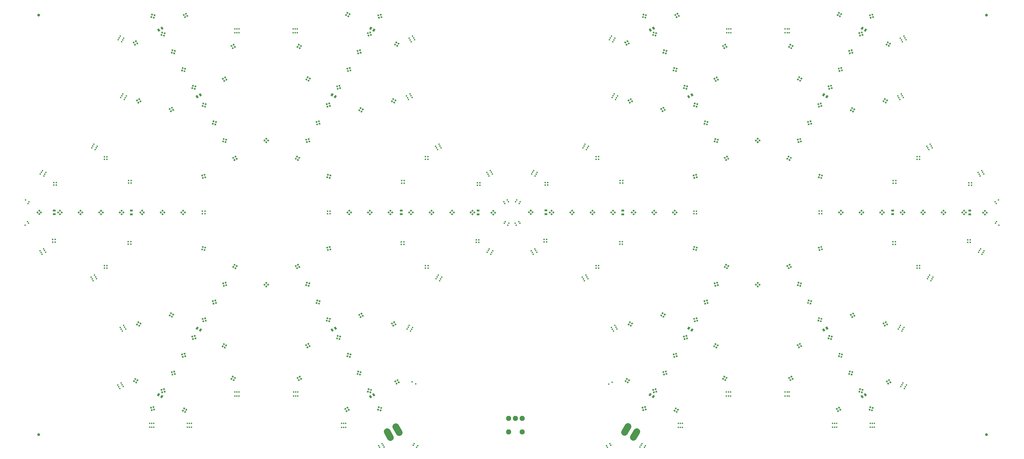
<source format=gbr>
G04 EAGLE Gerber RS-274X export*
G75*
%MOMM*%
%FSLAX34Y34*%
%LPD*%
%INSoldermask Bottom*%
%IPPOS*%
%AMOC8*
5,1,8,0,0,1.08239X$1,22.5*%
G01*
%ADD10C,0.550800*%
%ADD11C,2.550800*%
%ADD12R,0.600800X0.600800*%
%ADD13R,0.750800X1.050800*%
%ADD14C,1.930400*%
%ADD15C,1.050800*%
%ADD16R,0.600800X0.600800*%
%ADD17R,1.050800X0.750800*%


D10*
X2190249Y31403D03*
X2186499Y37899D03*
X2203239Y38903D03*
X2199489Y45399D03*
X2329070Y31403D03*
X2332820Y37899D03*
X2312330Y32408D03*
X2316080Y38903D03*
X2319830Y45399D03*
X2471122Y121339D03*
X2463622Y121339D03*
X2471122Y106339D03*
X2463622Y106339D03*
X2455809Y121339D03*
X2455809Y106339D03*
X2651240Y239152D03*
X2643740Y239152D03*
X2651240Y224152D03*
X2643740Y224152D03*
X2635927Y239152D03*
X2635927Y224152D03*
X2871240Y239152D03*
X2863740Y239152D03*
X2871240Y224152D03*
X2863740Y224152D03*
X2855927Y239152D03*
X2855927Y224152D03*
X3048740Y121652D03*
X3041240Y121652D03*
X3048740Y106652D03*
X3041240Y106652D03*
X3033427Y121652D03*
X3033427Y106652D03*
X3189990Y121652D03*
X3182490Y121652D03*
X3189990Y106652D03*
X3182490Y106652D03*
X3174677Y121652D03*
X3174677Y106652D03*
X2652490Y1601652D03*
X2644990Y1601652D03*
X2652490Y1586652D03*
X2644990Y1586652D03*
X2637177Y1601652D03*
X2637177Y1586652D03*
X2871240Y1601652D03*
X2863740Y1601652D03*
X2871240Y1586652D03*
X2863740Y1586652D03*
X2855927Y1601652D03*
X2855927Y1586652D03*
X3297070Y272847D03*
X3293320Y266352D03*
X3310060Y265347D03*
X3306310Y258852D03*
X3289414Y259585D03*
X3302404Y252085D03*
X3287747Y488771D03*
X3283997Y482276D03*
X3300737Y481271D03*
X3296987Y474776D03*
X3280090Y475510D03*
X3293081Y468010D03*
X3396497Y677521D03*
X3392747Y671026D03*
X3409487Y670021D03*
X3405737Y663526D03*
X3388840Y664260D03*
X3401831Y656760D03*
X3587747Y776271D03*
X3583997Y769776D03*
X3600737Y768771D03*
X3596987Y762276D03*
X3580090Y763010D03*
X3593081Y755510D03*
X1913997Y1070021D03*
X1910247Y1063526D03*
X1926987Y1062521D03*
X1923237Y1056026D03*
X1906340Y1056760D03*
X1919331Y1049260D03*
X2106497Y1168771D03*
X2102747Y1162276D03*
X2119487Y1161271D03*
X2115737Y1154776D03*
X2098840Y1155510D03*
X2111831Y1148010D03*
X2215247Y1357521D03*
X2211497Y1351026D03*
X2228237Y1350021D03*
X2224487Y1343526D03*
X2207590Y1344260D03*
X2220581Y1336760D03*
X3647459Y878714D03*
X3643709Y872219D03*
X3656700Y864719D03*
X1850726Y960017D03*
X1863716Y952517D03*
X1846819Y953250D03*
X1859810Y945750D03*
X2205385Y1573982D03*
X2201635Y1567487D03*
X2218375Y1566482D03*
X2214625Y1559987D03*
X2197729Y1560720D03*
X2210719Y1553220D03*
X2207931Y275847D03*
X2194941Y268347D03*
X2218254Y488771D03*
X2222004Y482276D03*
X2205264Y481271D03*
X2209014Y474776D03*
X2225911Y475510D03*
X2212921Y468010D03*
X2109504Y677521D03*
X2113254Y671026D03*
X2096514Y670021D03*
X2100264Y663526D03*
X2117161Y664260D03*
X2104171Y656760D03*
X1918254Y776271D03*
X1922004Y769776D03*
X1905264Y768771D03*
X1909014Y762276D03*
X1925911Y763010D03*
X1912921Y755510D03*
X3592004Y1070021D03*
X3595754Y1063526D03*
X3579014Y1062521D03*
X3582764Y1056026D03*
X3599661Y1056760D03*
X3586671Y1049260D03*
X3399504Y1168771D03*
X3403254Y1162276D03*
X3386514Y1161271D03*
X3390264Y1154776D03*
X3407161Y1155510D03*
X3394171Y1148010D03*
X3290754Y1357521D03*
X3294504Y1351026D03*
X3277764Y1350021D03*
X3281514Y1343526D03*
X3298411Y1344260D03*
X3285421Y1336760D03*
X1858542Y878714D03*
X1862292Y872219D03*
X1849302Y864719D03*
X3655276Y960017D03*
X3642285Y952517D03*
X3646192Y945750D03*
X3300616Y1573982D03*
X3304366Y1567487D03*
X3287626Y1566482D03*
X3291376Y1559987D03*
X3308273Y1560720D03*
X3295282Y1553220D03*
X1844783Y872159D03*
X1475751Y31403D03*
X1479501Y37899D03*
X1462761Y38903D03*
X1466511Y45399D03*
X1336930Y31403D03*
X1333180Y37899D03*
X1353670Y32408D03*
X1349920Y38903D03*
X1346170Y45399D03*
X1194878Y121339D03*
X1202378Y121339D03*
X1194878Y106339D03*
X1202378Y106339D03*
X1210191Y121339D03*
X1210191Y106339D03*
X1014760Y239152D03*
X1022260Y239152D03*
X1014760Y224152D03*
X1022260Y224152D03*
X1030073Y239152D03*
X1030073Y224152D03*
X794760Y239152D03*
X802260Y239152D03*
X794760Y224152D03*
X802260Y224152D03*
X810073Y239152D03*
X810073Y224152D03*
X617260Y121652D03*
X624760Y121652D03*
X617260Y106652D03*
X624760Y106652D03*
X632573Y121652D03*
X632573Y106652D03*
X476010Y121652D03*
X483510Y121652D03*
X476010Y106652D03*
X483510Y106652D03*
X491323Y121652D03*
X491323Y106652D03*
X1013510Y1601652D03*
X1021010Y1601652D03*
X1013510Y1586652D03*
X1021010Y1586652D03*
X1028823Y1601652D03*
X1028823Y1586652D03*
X794760Y1601652D03*
X802260Y1601652D03*
X794760Y1586652D03*
X802260Y1586652D03*
X810073Y1601652D03*
X810073Y1586652D03*
X368930Y272847D03*
X372680Y266352D03*
X355940Y265347D03*
X359690Y258852D03*
X376587Y259585D03*
X363596Y252085D03*
X378253Y488771D03*
X382003Y482276D03*
X365263Y481271D03*
X369013Y474776D03*
X385910Y475510D03*
X372919Y468010D03*
X269503Y677521D03*
X273253Y671026D03*
X256513Y670021D03*
X260263Y663526D03*
X277160Y664260D03*
X264169Y656760D03*
X78253Y776271D03*
X82003Y769776D03*
X65263Y768771D03*
X69013Y762276D03*
X85910Y763010D03*
X72919Y755510D03*
X1752003Y1070021D03*
X1755753Y1063526D03*
X1739013Y1062521D03*
X1742763Y1056026D03*
X1759660Y1056760D03*
X1746669Y1049260D03*
X1559503Y1168771D03*
X1563253Y1162276D03*
X1546513Y1161271D03*
X1550263Y1154776D03*
X1567160Y1155510D03*
X1554169Y1148010D03*
X1450753Y1357521D03*
X1454503Y1351026D03*
X1437763Y1350021D03*
X1441513Y1343526D03*
X1458410Y1344260D03*
X1445419Y1336760D03*
X18541Y878714D03*
X22291Y872219D03*
X9300Y864719D03*
X1815274Y960017D03*
X1802284Y952517D03*
X1819181Y953250D03*
X1806190Y945750D03*
X1460615Y1573982D03*
X1464365Y1567487D03*
X1447625Y1566482D03*
X1451375Y1559987D03*
X1468272Y1560720D03*
X1455281Y1553220D03*
X1459069Y276847D03*
X1472059Y269347D03*
X1447746Y488771D03*
X1443996Y482276D03*
X1460736Y481271D03*
X1456986Y474776D03*
X1440089Y475510D03*
X1453079Y468010D03*
X1556496Y677521D03*
X1552746Y671026D03*
X1569486Y670021D03*
X1565736Y663526D03*
X1548839Y664260D03*
X1561829Y656760D03*
X1747746Y776271D03*
X1743996Y769776D03*
X1760736Y768771D03*
X1756986Y762276D03*
X1740089Y763010D03*
X1753079Y755510D03*
X73996Y1070021D03*
X70246Y1063526D03*
X86986Y1062521D03*
X83236Y1056026D03*
X66339Y1056760D03*
X79329Y1049260D03*
X266496Y1168771D03*
X262746Y1162276D03*
X279486Y1161271D03*
X275736Y1154776D03*
X258839Y1155510D03*
X271829Y1148010D03*
X375246Y1357521D03*
X371496Y1351026D03*
X388236Y1350021D03*
X384486Y1343526D03*
X367589Y1344260D03*
X380579Y1336760D03*
X1807458Y878714D03*
X1803708Y872219D03*
X1816698Y864719D03*
X10724Y960017D03*
X23715Y952517D03*
X19808Y945750D03*
X365384Y1573982D03*
X361634Y1567487D03*
X378374Y1566482D03*
X374624Y1559987D03*
X357727Y1560720D03*
X370718Y1553220D03*
X1821217Y872159D03*
D11*
X2299916Y90509D02*
X2287418Y68859D01*
X2254942Y87609D02*
X2267440Y109259D01*
D12*
G36*
X2625877Y707045D02*
X2628881Y712247D01*
X2634083Y709243D01*
X2631079Y704041D01*
X2625877Y707045D01*
G37*
G36*
X2634104Y702295D02*
X2637108Y707497D01*
X2642310Y704493D01*
X2639306Y699291D01*
X2634104Y702295D01*
G37*
G36*
X2638854Y710522D02*
X2641858Y715724D01*
X2647060Y712720D01*
X2644056Y707518D01*
X2638854Y710522D01*
G37*
G36*
X2630627Y715272D02*
X2633631Y720474D01*
X2638833Y717470D01*
X2635829Y712268D01*
X2630627Y715272D01*
G37*
G36*
X2592511Y633826D02*
X2590956Y639629D01*
X2596759Y641184D01*
X2598314Y635381D01*
X2592511Y633826D01*
G37*
G36*
X2601688Y636284D02*
X2600133Y642087D01*
X2605936Y643642D01*
X2607491Y637839D01*
X2601688Y636284D01*
G37*
G36*
X2599229Y645461D02*
X2597674Y651264D01*
X2603477Y652819D01*
X2605032Y647016D01*
X2599229Y645461D01*
G37*
G36*
X2590053Y643002D02*
X2588498Y648805D01*
X2594301Y650360D01*
X2595856Y644557D01*
X2590053Y643002D01*
G37*
G36*
X2554087Y567179D02*
X2552532Y572982D01*
X2558335Y574537D01*
X2559890Y568734D01*
X2554087Y567179D01*
G37*
G36*
X2563263Y569637D02*
X2561708Y575440D01*
X2567511Y576995D01*
X2569066Y571192D01*
X2563263Y569637D01*
G37*
G36*
X2560805Y578814D02*
X2559250Y584617D01*
X2565053Y586172D01*
X2566608Y580369D01*
X2560805Y578814D01*
G37*
G36*
X2551628Y576355D02*
X2550073Y582158D01*
X2555876Y583713D01*
X2557431Y577910D01*
X2551628Y576355D01*
G37*
G36*
X2387987Y525188D02*
X2390991Y530390D01*
X2396193Y527386D01*
X2393189Y522184D01*
X2387987Y525188D01*
G37*
G36*
X2396215Y520438D02*
X2399219Y525640D01*
X2404421Y522636D01*
X2401417Y517434D01*
X2396215Y520438D01*
G37*
G36*
X2400965Y528666D02*
X2403969Y533868D01*
X2409171Y530864D01*
X2406167Y525662D01*
X2400965Y528666D01*
G37*
G36*
X2392737Y533416D02*
X2395741Y538618D01*
X2400943Y535614D01*
X2397939Y530412D01*
X2392737Y533416D01*
G37*
G36*
X2265529Y491398D02*
X2268533Y496600D01*
X2273735Y493596D01*
X2270731Y488394D01*
X2265529Y491398D01*
G37*
G36*
X2273757Y486648D02*
X2276761Y491850D01*
X2281963Y488846D01*
X2278959Y483644D01*
X2273757Y486648D01*
G37*
G36*
X2278507Y494875D02*
X2281511Y500077D01*
X2286713Y497073D01*
X2283709Y491871D01*
X2278507Y494875D01*
G37*
G36*
X2270279Y499625D02*
X2273283Y504827D01*
X2278485Y501823D01*
X2275481Y496621D01*
X2270279Y499625D01*
G37*
G36*
X2599571Y401635D02*
X2594369Y404639D01*
X2597373Y409841D01*
X2602575Y406837D01*
X2599571Y401635D01*
G37*
G36*
X2604321Y409862D02*
X2599119Y412866D01*
X2602123Y418068D01*
X2607325Y415064D01*
X2604321Y409862D01*
G37*
G36*
X2596094Y414612D02*
X2590892Y417616D01*
X2593896Y422818D01*
X2599098Y419814D01*
X2596094Y414612D01*
G37*
G36*
X2591344Y406385D02*
X2586142Y409389D01*
X2589146Y414591D01*
X2594348Y411587D01*
X2591344Y406385D01*
G37*
D13*
G36*
X2494263Y484975D02*
X2500765Y481221D01*
X2495511Y472121D01*
X2489009Y475875D01*
X2494263Y484975D01*
G37*
G36*
X2506388Y477975D02*
X2512890Y474221D01*
X2507636Y465121D01*
X2501134Y468875D01*
X2506388Y477975D01*
G37*
D12*
G36*
X2632794Y279612D02*
X2627592Y282616D01*
X2630596Y287818D01*
X2635798Y284814D01*
X2632794Y279612D01*
G37*
G36*
X2637544Y287839D02*
X2632342Y290843D01*
X2635346Y296045D01*
X2640548Y293041D01*
X2637544Y287839D01*
G37*
G36*
X2629317Y292589D02*
X2624115Y295593D01*
X2627119Y300795D01*
X2632321Y297791D01*
X2629317Y292589D01*
G37*
G36*
X2624567Y284362D02*
X2619365Y287366D01*
X2622369Y292568D01*
X2627571Y289564D01*
X2624567Y284362D01*
G37*
G36*
X2515625Y500598D02*
X2514070Y506401D01*
X2519873Y507956D01*
X2521428Y502153D01*
X2515625Y500598D01*
G37*
G36*
X2524801Y503056D02*
X2523246Y508859D01*
X2529049Y510414D01*
X2530604Y504611D01*
X2524801Y503056D01*
G37*
G36*
X2522342Y512233D02*
X2520787Y518036D01*
X2526590Y519591D01*
X2528145Y513788D01*
X2522342Y512233D01*
G37*
G36*
X2513166Y509774D02*
X2511611Y515577D01*
X2517414Y517132D01*
X2518969Y511329D01*
X2513166Y509774D01*
G37*
G36*
X2477064Y433987D02*
X2475509Y439790D01*
X2481312Y441345D01*
X2482867Y435542D01*
X2477064Y433987D01*
G37*
G36*
X2486240Y436446D02*
X2484685Y442249D01*
X2490488Y443804D01*
X2492043Y438001D01*
X2486240Y436446D01*
G37*
G36*
X2483781Y445622D02*
X2482226Y451425D01*
X2488029Y452980D01*
X2489584Y447177D01*
X2483781Y445622D01*
G37*
G36*
X2474605Y443163D02*
X2473050Y448966D01*
X2478853Y450521D01*
X2480408Y444718D01*
X2474605Y443163D01*
G37*
G36*
X2438689Y367253D02*
X2437134Y373056D01*
X2442937Y374611D01*
X2444492Y368808D01*
X2438689Y367253D01*
G37*
G36*
X2447866Y369712D02*
X2446311Y375515D01*
X2452114Y377070D01*
X2453669Y371267D01*
X2447866Y369712D01*
G37*
G36*
X2445407Y378889D02*
X2443852Y384692D01*
X2449655Y386247D01*
X2451210Y380444D01*
X2445407Y378889D01*
G37*
G36*
X2436230Y376430D02*
X2434675Y382233D01*
X2440478Y383788D01*
X2442033Y377985D01*
X2436230Y376430D01*
G37*
G36*
X2400165Y300780D02*
X2398610Y306583D01*
X2404413Y308138D01*
X2405968Y302335D01*
X2400165Y300780D01*
G37*
G36*
X2409341Y303238D02*
X2407786Y309041D01*
X2413589Y310596D01*
X2415144Y304793D01*
X2409341Y303238D01*
G37*
G36*
X2406882Y312415D02*
X2405327Y318218D01*
X2411130Y319773D01*
X2412685Y313970D01*
X2406882Y312415D01*
G37*
G36*
X2397706Y309956D02*
X2396151Y315759D01*
X2401954Y317314D01*
X2403509Y311511D01*
X2397706Y309956D01*
G37*
G36*
X2254216Y278619D02*
X2257220Y283821D01*
X2262422Y280817D01*
X2259418Y275615D01*
X2254216Y278619D01*
G37*
G36*
X2262443Y273869D02*
X2265447Y279071D01*
X2270649Y276067D01*
X2267645Y270865D01*
X2262443Y273869D01*
G37*
G36*
X2267193Y282097D02*
X2270197Y287299D01*
X2275399Y284295D01*
X2272395Y279093D01*
X2267193Y282097D01*
G37*
G36*
X2258966Y286847D02*
X2261970Y292049D01*
X2267172Y289045D01*
X2264168Y283843D01*
X2258966Y286847D01*
G37*
G36*
X2450782Y160145D02*
X2445580Y163149D01*
X2448584Y168351D01*
X2453786Y165347D01*
X2450782Y160145D01*
G37*
G36*
X2455532Y168373D02*
X2450330Y171377D01*
X2453334Y176579D01*
X2458536Y173575D01*
X2455532Y168373D01*
G37*
G36*
X2447305Y173123D02*
X2442103Y176127D01*
X2445107Y181329D01*
X2450309Y178325D01*
X2447305Y173123D01*
G37*
G36*
X2442555Y164895D02*
X2437353Y167899D01*
X2440357Y173101D01*
X2445559Y170097D01*
X2442555Y164895D01*
G37*
G36*
X2361833Y234172D02*
X2360278Y239975D01*
X2366081Y241530D01*
X2367636Y235727D01*
X2361833Y234172D01*
G37*
G36*
X2371009Y236631D02*
X2369454Y242434D01*
X2375257Y243989D01*
X2376812Y238186D01*
X2371009Y236631D01*
G37*
G36*
X2368551Y245807D02*
X2366996Y251610D01*
X2372799Y253165D01*
X2374354Y247362D01*
X2368551Y245807D01*
G37*
G36*
X2359374Y243349D02*
X2357819Y249152D01*
X2363622Y250707D01*
X2365177Y244904D01*
X2359374Y243349D01*
G37*
D13*
G36*
X2349618Y235464D02*
X2356120Y231710D01*
X2350866Y222610D01*
X2344364Y226364D01*
X2349618Y235464D01*
G37*
G36*
X2361742Y228464D02*
X2368244Y224710D01*
X2362990Y215610D01*
X2356488Y219364D01*
X2361742Y228464D01*
G37*
D12*
G36*
X2322406Y167350D02*
X2320851Y173153D01*
X2326654Y174708D01*
X2328209Y168905D01*
X2322406Y167350D01*
G37*
G36*
X2331582Y169808D02*
X2330027Y175611D01*
X2335830Y177166D01*
X2337385Y171363D01*
X2331582Y169808D01*
G37*
G36*
X2329123Y178985D02*
X2327568Y184788D01*
X2333371Y186343D01*
X2334926Y180540D01*
X2329123Y178985D01*
G37*
G36*
X2319947Y176526D02*
X2318392Y182329D01*
X2324195Y183884D01*
X2325750Y178081D01*
X2319947Y176526D01*
G37*
G36*
X2513742Y787077D02*
X2519545Y785522D01*
X2517990Y779719D01*
X2512187Y781274D01*
X2513742Y787077D01*
G37*
G36*
X2511284Y777901D02*
X2517087Y776346D01*
X2515532Y770543D01*
X2509729Y772098D01*
X2511284Y777901D01*
G37*
G36*
X2520460Y775442D02*
X2526263Y773887D01*
X2524708Y768084D01*
X2518905Y769639D01*
X2520460Y775442D01*
G37*
G36*
X2522919Y784619D02*
X2528722Y783064D01*
X2527167Y777261D01*
X2521364Y778816D01*
X2522919Y784619D01*
G37*
D14*
X1820000Y140000D03*
X1845400Y140000D03*
X1870800Y140000D03*
D15*
X3610000Y78888D03*
X60000Y78888D03*
X60000Y1652646D03*
X3610000Y1652646D03*
D16*
X2514457Y917546D03*
X2514457Y908046D03*
X2523957Y908046D03*
X2523957Y917546D03*
D12*
G36*
X2431362Y912836D02*
X2435610Y917084D01*
X2439858Y912836D01*
X2435610Y908588D01*
X2431362Y912836D01*
G37*
G36*
X2438079Y906118D02*
X2442327Y910366D01*
X2446575Y906118D01*
X2442327Y901870D01*
X2438079Y906118D01*
G37*
G36*
X2444797Y912836D02*
X2449045Y917084D01*
X2453293Y912836D01*
X2449045Y908588D01*
X2444797Y912836D01*
G37*
G36*
X2438079Y919553D02*
X2442327Y923801D01*
X2446575Y919553D01*
X2442327Y915305D01*
X2438079Y919553D01*
G37*
G36*
X2354431Y912788D02*
X2358679Y917036D01*
X2362927Y912788D01*
X2358679Y908540D01*
X2354431Y912788D01*
G37*
G36*
X2361149Y906071D02*
X2365397Y910319D01*
X2369645Y906071D01*
X2365397Y901823D01*
X2361149Y906071D01*
G37*
G36*
X2367866Y912788D02*
X2372114Y917036D01*
X2376362Y912788D01*
X2372114Y908540D01*
X2367866Y912788D01*
G37*
G36*
X2361149Y919506D02*
X2365397Y923754D01*
X2369645Y919506D01*
X2365397Y915258D01*
X2361149Y919506D01*
G37*
D16*
X2238020Y1032636D03*
X2238020Y1023136D03*
X2247520Y1023136D03*
X2247520Y1032636D03*
X2147528Y1121793D03*
X2147528Y1112293D03*
X2157028Y1112293D03*
X2157028Y1121793D03*
X2236812Y793630D03*
X2246312Y793630D03*
X2246312Y803130D03*
X2236812Y803130D03*
D17*
X2248075Y919742D03*
X2248075Y905742D03*
D16*
X2147748Y703846D03*
X2157248Y703846D03*
X2157248Y713346D03*
X2147748Y713346D03*
D12*
G36*
X2277539Y912808D02*
X2281787Y917056D01*
X2286035Y912808D01*
X2281787Y908560D01*
X2277539Y912808D01*
G37*
G36*
X2284257Y906090D02*
X2288505Y910338D01*
X2292753Y906090D01*
X2288505Y901842D01*
X2284257Y906090D01*
G37*
G36*
X2290974Y912808D02*
X2295222Y917056D01*
X2299470Y912808D01*
X2295222Y908560D01*
X2290974Y912808D01*
G37*
G36*
X2284257Y919525D02*
X2288505Y923773D01*
X2292753Y919525D01*
X2288505Y915277D01*
X2284257Y919525D01*
G37*
G36*
X2200572Y912897D02*
X2204820Y917145D01*
X2209068Y912897D01*
X2204820Y908649D01*
X2200572Y912897D01*
G37*
G36*
X2207290Y906180D02*
X2211538Y910428D01*
X2215786Y906180D01*
X2211538Y901932D01*
X2207290Y906180D01*
G37*
G36*
X2214007Y912897D02*
X2218255Y917145D01*
X2222503Y912897D01*
X2218255Y908649D01*
X2214007Y912897D01*
G37*
G36*
X2207290Y919615D02*
X2211538Y923863D01*
X2215786Y919615D01*
X2211538Y915367D01*
X2207290Y919615D01*
G37*
G36*
X2123592Y912763D02*
X2127840Y917011D01*
X2132088Y912763D01*
X2127840Y908515D01*
X2123592Y912763D01*
G37*
G36*
X2130310Y906046D02*
X2134558Y910294D01*
X2138806Y906046D01*
X2134558Y901798D01*
X2130310Y906046D01*
G37*
G36*
X2137027Y912763D02*
X2141275Y917011D01*
X2145523Y912763D01*
X2141275Y908515D01*
X2137027Y912763D01*
G37*
G36*
X2130310Y919481D02*
X2134558Y923729D01*
X2138806Y919481D01*
X2134558Y915233D01*
X2130310Y919481D01*
G37*
G36*
X2046762Y912889D02*
X2051010Y917137D01*
X2055258Y912889D01*
X2051010Y908641D01*
X2046762Y912889D01*
G37*
G36*
X2053479Y906172D02*
X2057727Y910420D01*
X2061975Y906172D01*
X2057727Y901924D01*
X2053479Y906172D01*
G37*
G36*
X2060197Y912889D02*
X2064445Y917137D01*
X2068693Y912889D01*
X2064445Y908641D01*
X2060197Y912889D01*
G37*
G36*
X2053479Y919607D02*
X2057727Y923855D01*
X2061975Y919607D01*
X2057727Y915359D01*
X2053479Y919607D01*
G37*
D16*
X1957599Y1025201D03*
X1957599Y1015701D03*
X1967099Y1015701D03*
X1967099Y1025201D03*
X1953281Y801740D03*
X1962781Y801740D03*
X1962781Y811240D03*
X1953281Y811240D03*
D12*
G36*
X1969912Y912782D02*
X1974160Y917030D01*
X1978408Y912782D01*
X1974160Y908534D01*
X1969912Y912782D01*
G37*
G36*
X1976630Y906065D02*
X1980878Y910313D01*
X1985126Y906065D01*
X1980878Y901817D01*
X1976630Y906065D01*
G37*
G36*
X1983347Y912782D02*
X1987595Y917030D01*
X1991843Y912782D01*
X1987595Y908534D01*
X1983347Y912782D01*
G37*
G36*
X1976630Y919500D02*
X1980878Y923748D01*
X1985126Y919500D01*
X1980878Y915252D01*
X1976630Y919500D01*
G37*
D17*
X1959669Y920253D03*
X1959669Y906253D03*
D12*
G36*
X1892329Y913516D02*
X1896577Y917764D01*
X1900825Y913516D01*
X1896577Y909268D01*
X1892329Y913516D01*
G37*
G36*
X1899046Y906798D02*
X1903294Y911046D01*
X1907542Y906798D01*
X1903294Y902550D01*
X1899046Y906798D01*
G37*
G36*
X1905764Y913516D02*
X1910012Y917764D01*
X1914260Y913516D01*
X1910012Y909268D01*
X1905764Y913516D01*
G37*
G36*
X1899046Y920233D02*
X1903294Y924481D01*
X1907542Y920233D01*
X1903294Y915985D01*
X1899046Y920233D01*
G37*
G36*
X2524697Y1057677D02*
X2526252Y1051874D01*
X2520449Y1050319D01*
X2518894Y1056122D01*
X2524697Y1057677D01*
G37*
G36*
X2515520Y1055219D02*
X2517075Y1049416D01*
X2511272Y1047861D01*
X2509717Y1053664D01*
X2515520Y1055219D01*
G37*
G36*
X2517979Y1046042D02*
X2519534Y1040239D01*
X2513731Y1038684D01*
X2512176Y1044487D01*
X2517979Y1046042D01*
G37*
G36*
X2527156Y1048501D02*
X2528711Y1042698D01*
X2522908Y1041143D01*
X2521353Y1046946D01*
X2527156Y1048501D01*
G37*
G36*
X2639142Y1126396D02*
X2642146Y1121194D01*
X2636944Y1118190D01*
X2633940Y1123392D01*
X2639142Y1126396D01*
G37*
G36*
X2630915Y1121646D02*
X2633919Y1116444D01*
X2628717Y1113440D01*
X2625713Y1118642D01*
X2630915Y1121646D01*
G37*
G36*
X2635665Y1113418D02*
X2638669Y1108216D01*
X2633467Y1105212D01*
X2630463Y1110414D01*
X2635665Y1113418D01*
G37*
G36*
X2643892Y1118168D02*
X2646896Y1112966D01*
X2641694Y1109962D01*
X2638690Y1115164D01*
X2643892Y1118168D01*
G37*
G36*
X2592416Y1191900D02*
X2598219Y1190345D01*
X2596664Y1184542D01*
X2590861Y1186097D01*
X2592416Y1191900D01*
G37*
G36*
X2589957Y1182724D02*
X2595760Y1181169D01*
X2594205Y1175366D01*
X2588402Y1176921D01*
X2589957Y1182724D01*
G37*
G36*
X2599134Y1180265D02*
X2604937Y1178710D01*
X2603382Y1172907D01*
X2597579Y1174462D01*
X2599134Y1180265D01*
G37*
G36*
X2601592Y1189442D02*
X2607395Y1187887D01*
X2605840Y1182084D01*
X2600037Y1183639D01*
X2601592Y1189442D01*
G37*
G36*
X2553910Y1258500D02*
X2559713Y1256945D01*
X2558158Y1251142D01*
X2552355Y1252697D01*
X2553910Y1258500D01*
G37*
G36*
X2551451Y1249324D02*
X2557254Y1247769D01*
X2555699Y1241966D01*
X2549896Y1243521D01*
X2551451Y1249324D01*
G37*
G36*
X2560628Y1246865D02*
X2566431Y1245310D01*
X2564876Y1239507D01*
X2559073Y1241062D01*
X2560628Y1246865D01*
G37*
G36*
X2563087Y1256042D02*
X2568890Y1254487D01*
X2567335Y1248684D01*
X2561532Y1250239D01*
X2563087Y1256042D01*
G37*
G36*
X2600595Y1423342D02*
X2603599Y1418140D01*
X2598397Y1415136D01*
X2595393Y1420338D01*
X2600595Y1423342D01*
G37*
G36*
X2592367Y1418592D02*
X2595371Y1413390D01*
X2590169Y1410386D01*
X2587165Y1415588D01*
X2592367Y1418592D01*
G37*
G36*
X2597117Y1410365D02*
X2600121Y1405163D01*
X2594919Y1402159D01*
X2591915Y1407361D01*
X2597117Y1410365D01*
G37*
G36*
X2605345Y1415115D02*
X2608349Y1409913D01*
X2603147Y1406909D01*
X2600143Y1412111D01*
X2605345Y1415115D01*
G37*
G36*
X2632561Y1546289D02*
X2635565Y1541087D01*
X2630363Y1538083D01*
X2627359Y1543285D01*
X2632561Y1546289D01*
G37*
G36*
X2624333Y1541539D02*
X2627337Y1536337D01*
X2622135Y1533333D01*
X2619131Y1538535D01*
X2624333Y1541539D01*
G37*
G36*
X2629083Y1533312D02*
X2632087Y1528110D01*
X2626885Y1525106D01*
X2623881Y1530308D01*
X2629083Y1533312D01*
G37*
G36*
X2637311Y1538062D02*
X2640315Y1532860D01*
X2635113Y1529856D01*
X2632109Y1535058D01*
X2637311Y1538062D01*
G37*
G36*
X2387803Y1301881D02*
X2393005Y1304885D01*
X2396009Y1299683D01*
X2390807Y1296679D01*
X2387803Y1301881D01*
G37*
G36*
X2392553Y1293654D02*
X2397755Y1296658D01*
X2400759Y1291456D01*
X2395557Y1288452D01*
X2392553Y1293654D01*
G37*
G36*
X2400780Y1298404D02*
X2405982Y1301408D01*
X2408986Y1296206D01*
X2403784Y1293202D01*
X2400780Y1298404D01*
G37*
G36*
X2396030Y1306631D02*
X2401232Y1309635D01*
X2404236Y1304433D01*
X2399034Y1301429D01*
X2396030Y1306631D01*
G37*
D13*
G36*
X2512631Y1351412D02*
X2506129Y1347658D01*
X2500875Y1356758D01*
X2507377Y1360512D01*
X2512631Y1351412D01*
G37*
G36*
X2500507Y1344412D02*
X2494005Y1340658D01*
X2488751Y1349758D01*
X2495253Y1353512D01*
X2500507Y1344412D01*
G37*
D12*
G36*
X2265516Y1334121D02*
X2270718Y1337125D01*
X2273722Y1331923D01*
X2268520Y1328919D01*
X2265516Y1334121D01*
G37*
G36*
X2270266Y1325894D02*
X2275468Y1328898D01*
X2278472Y1323696D01*
X2273270Y1320692D01*
X2270266Y1325894D01*
G37*
G36*
X2278493Y1330644D02*
X2283695Y1333648D01*
X2286699Y1328446D01*
X2281497Y1325442D01*
X2278493Y1330644D01*
G37*
G36*
X2273743Y1338871D02*
X2278945Y1341875D01*
X2281949Y1336673D01*
X2276747Y1333669D01*
X2273743Y1338871D01*
G37*
G36*
X2515481Y1325100D02*
X2521284Y1323545D01*
X2519729Y1317742D01*
X2513926Y1319297D01*
X2515481Y1325100D01*
G37*
G36*
X2513022Y1315924D02*
X2518825Y1314369D01*
X2517270Y1308566D01*
X2511467Y1310121D01*
X2513022Y1315924D01*
G37*
G36*
X2522198Y1313465D02*
X2528001Y1311910D01*
X2526446Y1306107D01*
X2520643Y1307662D01*
X2522198Y1313465D01*
G37*
G36*
X2524657Y1322642D02*
X2530460Y1321087D01*
X2528905Y1315284D01*
X2523102Y1316839D01*
X2524657Y1322642D01*
G37*
G36*
X2477075Y1391800D02*
X2482878Y1390245D01*
X2481323Y1384442D01*
X2475520Y1385997D01*
X2477075Y1391800D01*
G37*
G36*
X2474616Y1382624D02*
X2480419Y1381069D01*
X2478864Y1375266D01*
X2473061Y1376821D01*
X2474616Y1382624D01*
G37*
G36*
X2483792Y1380165D02*
X2489595Y1378610D01*
X2488040Y1372807D01*
X2482237Y1374362D01*
X2483792Y1380165D01*
G37*
G36*
X2486251Y1389342D02*
X2492054Y1387787D01*
X2490499Y1381984D01*
X2484696Y1383539D01*
X2486251Y1389342D01*
G37*
G36*
X2438469Y1458400D02*
X2444272Y1456845D01*
X2442717Y1451042D01*
X2436914Y1452597D01*
X2438469Y1458400D01*
G37*
G36*
X2436010Y1449224D02*
X2441813Y1447669D01*
X2440258Y1441866D01*
X2434455Y1443421D01*
X2436010Y1449224D01*
G37*
G36*
X2445186Y1446765D02*
X2450989Y1445210D01*
X2449434Y1439407D01*
X2443631Y1440962D01*
X2445186Y1446765D01*
G37*
G36*
X2447645Y1455942D02*
X2453448Y1454387D01*
X2451893Y1448584D01*
X2446090Y1450139D01*
X2447645Y1455942D01*
G37*
G36*
X2400163Y1525000D02*
X2405966Y1523445D01*
X2404411Y1517642D01*
X2398608Y1519197D01*
X2400163Y1525000D01*
G37*
G36*
X2397704Y1515824D02*
X2403507Y1514269D01*
X2401952Y1508466D01*
X2396149Y1510021D01*
X2397704Y1515824D01*
G37*
G36*
X2406881Y1513365D02*
X2412684Y1511810D01*
X2411129Y1506007D01*
X2405326Y1507562D01*
X2406881Y1513365D01*
G37*
G36*
X2409339Y1522542D02*
X2415142Y1520987D01*
X2413587Y1515184D01*
X2407784Y1516739D01*
X2409339Y1522542D01*
G37*
G36*
X2453945Y1662476D02*
X2456949Y1657274D01*
X2451747Y1654270D01*
X2448743Y1659472D01*
X2453945Y1662476D01*
G37*
G36*
X2445718Y1657726D02*
X2448722Y1652524D01*
X2443520Y1649520D01*
X2440516Y1654722D01*
X2445718Y1657726D01*
G37*
G36*
X2450468Y1649499D02*
X2453472Y1644297D01*
X2448270Y1641293D01*
X2445266Y1646495D01*
X2450468Y1649499D01*
G37*
G36*
X2458695Y1654249D02*
X2461699Y1649047D01*
X2456497Y1646043D01*
X2453493Y1651245D01*
X2458695Y1654249D01*
G37*
G36*
X2253062Y1551481D02*
X2258264Y1554485D01*
X2261268Y1549283D01*
X2256066Y1546279D01*
X2253062Y1551481D01*
G37*
G36*
X2257812Y1543254D02*
X2263014Y1546258D01*
X2266018Y1541056D01*
X2260816Y1538052D01*
X2257812Y1543254D01*
G37*
G36*
X2266039Y1548004D02*
X2271241Y1551008D01*
X2274245Y1545806D01*
X2269043Y1542802D01*
X2266039Y1548004D01*
G37*
G36*
X2261289Y1556231D02*
X2266491Y1559235D01*
X2269495Y1554033D01*
X2264293Y1551029D01*
X2261289Y1556231D01*
G37*
G36*
X2361645Y1591500D02*
X2367448Y1589945D01*
X2365893Y1584142D01*
X2360090Y1585697D01*
X2361645Y1591500D01*
G37*
G36*
X2359186Y1582324D02*
X2364989Y1580769D01*
X2363434Y1574966D01*
X2357631Y1576521D01*
X2359186Y1582324D01*
G37*
G36*
X2368363Y1579865D02*
X2374166Y1578310D01*
X2372611Y1572507D01*
X2366808Y1574062D01*
X2368363Y1579865D01*
G37*
G36*
X2370822Y1589042D02*
X2376625Y1587487D01*
X2375070Y1581684D01*
X2369267Y1583239D01*
X2370822Y1589042D01*
G37*
D13*
G36*
X2368872Y1601433D02*
X2362370Y1597679D01*
X2357116Y1606779D01*
X2363618Y1610533D01*
X2368872Y1601433D01*
G37*
G36*
X2356747Y1594433D02*
X2350245Y1590679D01*
X2344991Y1599779D01*
X2351493Y1603533D01*
X2356747Y1594433D01*
G37*
D12*
G36*
X2323489Y1659057D02*
X2329292Y1657502D01*
X2327737Y1651699D01*
X2321934Y1653254D01*
X2323489Y1659057D01*
G37*
G36*
X2321030Y1649880D02*
X2326833Y1648325D01*
X2325278Y1642522D01*
X2319475Y1644077D01*
X2321030Y1649880D01*
G37*
G36*
X2330206Y1647422D02*
X2336009Y1645867D01*
X2334454Y1640064D01*
X2328651Y1641619D01*
X2330206Y1647422D01*
G37*
G36*
X2332665Y1656598D02*
X2338468Y1655043D01*
X2336913Y1649240D01*
X2331110Y1650795D01*
X2332665Y1656598D01*
G37*
G36*
X2764520Y1183491D02*
X2760272Y1179243D01*
X2756024Y1183491D01*
X2760272Y1187739D01*
X2764520Y1183491D01*
G37*
G36*
X2757803Y1190208D02*
X2753555Y1185960D01*
X2749307Y1190208D01*
X2753555Y1194456D01*
X2757803Y1190208D01*
G37*
G36*
X2751085Y1183491D02*
X2746837Y1179243D01*
X2742589Y1183491D01*
X2746837Y1187739D01*
X2751085Y1183491D01*
G37*
G36*
X2757803Y1176773D02*
X2753555Y1172525D01*
X2749307Y1176773D01*
X2753555Y1181021D01*
X2757803Y1176773D01*
G37*
G36*
X2881255Y1118736D02*
X2878251Y1113534D01*
X2873049Y1116538D01*
X2876053Y1121740D01*
X2881255Y1118736D01*
G37*
G36*
X2873028Y1123486D02*
X2870024Y1118284D01*
X2864822Y1121288D01*
X2867826Y1126490D01*
X2873028Y1123486D01*
G37*
G36*
X2868278Y1115259D02*
X2865274Y1110057D01*
X2860072Y1113061D01*
X2863076Y1118263D01*
X2868278Y1115259D01*
G37*
G36*
X2876505Y1110509D02*
X2873501Y1105307D01*
X2868299Y1108311D01*
X2871303Y1113513D01*
X2876505Y1110509D01*
G37*
G36*
X2914621Y1191955D02*
X2916176Y1186152D01*
X2910373Y1184597D01*
X2908818Y1190400D01*
X2914621Y1191955D01*
G37*
G36*
X2905444Y1189497D02*
X2906999Y1183694D01*
X2901196Y1182139D01*
X2899641Y1187942D01*
X2905444Y1189497D01*
G37*
G36*
X2907903Y1180320D02*
X2909458Y1174517D01*
X2903655Y1172962D01*
X2902100Y1178765D01*
X2907903Y1180320D01*
G37*
G36*
X2917079Y1182779D02*
X2918634Y1176976D01*
X2912831Y1175421D01*
X2911276Y1181224D01*
X2917079Y1182779D01*
G37*
G36*
X2953045Y1258603D02*
X2954600Y1252800D01*
X2948797Y1251245D01*
X2947242Y1257048D01*
X2953045Y1258603D01*
G37*
G36*
X2943869Y1256144D02*
X2945424Y1250341D01*
X2939621Y1248786D01*
X2938066Y1254589D01*
X2943869Y1256144D01*
G37*
G36*
X2946327Y1246967D02*
X2947882Y1241164D01*
X2942079Y1239609D01*
X2940524Y1245412D01*
X2946327Y1246967D01*
G37*
G36*
X2955504Y1249426D02*
X2957059Y1243623D01*
X2951256Y1242068D01*
X2949701Y1247871D01*
X2955504Y1249426D01*
G37*
G36*
X3119145Y1300593D02*
X3116141Y1295391D01*
X3110939Y1298395D01*
X3113943Y1303597D01*
X3119145Y1300593D01*
G37*
G36*
X3110917Y1305343D02*
X3107913Y1300141D01*
X3102711Y1303145D01*
X3105715Y1308347D01*
X3110917Y1305343D01*
G37*
G36*
X3106167Y1297116D02*
X3103163Y1291914D01*
X3097961Y1294918D01*
X3100965Y1300120D01*
X3106167Y1297116D01*
G37*
G36*
X3114395Y1292366D02*
X3111391Y1287164D01*
X3106189Y1290168D01*
X3109193Y1295370D01*
X3114395Y1292366D01*
G37*
G36*
X3241603Y1334383D02*
X3238599Y1329181D01*
X3233397Y1332185D01*
X3236401Y1337387D01*
X3241603Y1334383D01*
G37*
G36*
X3233375Y1339133D02*
X3230371Y1333931D01*
X3225169Y1336935D01*
X3228173Y1342137D01*
X3233375Y1339133D01*
G37*
G36*
X3228625Y1330906D02*
X3225621Y1325704D01*
X3220419Y1328708D01*
X3223423Y1333910D01*
X3228625Y1330906D01*
G37*
G36*
X3236853Y1326156D02*
X3233849Y1320954D01*
X3228647Y1323958D01*
X3231651Y1329160D01*
X3236853Y1326156D01*
G37*
G36*
X2907561Y1424146D02*
X2912763Y1421142D01*
X2909759Y1415940D01*
X2904557Y1418944D01*
X2907561Y1424146D01*
G37*
G36*
X2902811Y1415919D02*
X2908013Y1412915D01*
X2905009Y1407713D01*
X2899807Y1410717D01*
X2902811Y1415919D01*
G37*
G36*
X2911038Y1411169D02*
X2916240Y1408165D01*
X2913236Y1402963D01*
X2908034Y1405967D01*
X2911038Y1411169D01*
G37*
G36*
X2915788Y1419396D02*
X2920990Y1416392D01*
X2917986Y1411190D01*
X2912784Y1414194D01*
X2915788Y1419396D01*
G37*
D13*
G36*
X3012869Y1340807D02*
X3006367Y1344561D01*
X3011621Y1353661D01*
X3018123Y1349907D01*
X3012869Y1340807D01*
G37*
G36*
X3000745Y1347807D02*
X2994243Y1351561D01*
X2999497Y1360661D01*
X3005999Y1356907D01*
X3000745Y1347807D01*
G37*
D12*
G36*
X2874338Y1546169D02*
X2879540Y1543165D01*
X2876536Y1537963D01*
X2871334Y1540967D01*
X2874338Y1546169D01*
G37*
G36*
X2869588Y1537942D02*
X2874790Y1534938D01*
X2871786Y1529736D01*
X2866584Y1532740D01*
X2869588Y1537942D01*
G37*
G36*
X2877815Y1533192D02*
X2883017Y1530188D01*
X2880013Y1524986D01*
X2874811Y1527990D01*
X2877815Y1533192D01*
G37*
G36*
X2882565Y1541419D02*
X2887767Y1538415D01*
X2884763Y1533213D01*
X2879561Y1536217D01*
X2882565Y1541419D01*
G37*
G36*
X2991508Y1325183D02*
X2993063Y1319380D01*
X2987260Y1317825D01*
X2985705Y1323628D01*
X2991508Y1325183D01*
G37*
G36*
X2982331Y1322725D02*
X2983886Y1316922D01*
X2978083Y1315367D01*
X2976528Y1321170D01*
X2982331Y1322725D01*
G37*
G36*
X2984790Y1313548D02*
X2986345Y1307745D01*
X2980542Y1306190D01*
X2978987Y1311993D01*
X2984790Y1313548D01*
G37*
G36*
X2993966Y1316007D02*
X2995521Y1310204D01*
X2989718Y1308649D01*
X2988163Y1314452D01*
X2993966Y1316007D01*
G37*
G36*
X3030068Y1391794D02*
X3031623Y1385991D01*
X3025820Y1384436D01*
X3024265Y1390239D01*
X3030068Y1391794D01*
G37*
G36*
X3020892Y1389335D02*
X3022447Y1383532D01*
X3016644Y1381977D01*
X3015089Y1387780D01*
X3020892Y1389335D01*
G37*
G36*
X3023351Y1380159D02*
X3024906Y1374356D01*
X3019103Y1372801D01*
X3017548Y1378604D01*
X3023351Y1380159D01*
G37*
G36*
X3032527Y1382618D02*
X3034082Y1376815D01*
X3028279Y1375260D01*
X3026724Y1381063D01*
X3032527Y1382618D01*
G37*
G36*
X3068443Y1458528D02*
X3069998Y1452725D01*
X3064195Y1451170D01*
X3062640Y1456973D01*
X3068443Y1458528D01*
G37*
G36*
X3059266Y1456069D02*
X3060821Y1450266D01*
X3055018Y1448711D01*
X3053463Y1454514D01*
X3059266Y1456069D01*
G37*
G36*
X3061725Y1446893D02*
X3063280Y1441090D01*
X3057477Y1439535D01*
X3055922Y1445338D01*
X3061725Y1446893D01*
G37*
G36*
X3070902Y1449351D02*
X3072457Y1443548D01*
X3066654Y1441993D01*
X3065099Y1447796D01*
X3070902Y1449351D01*
G37*
G36*
X3106967Y1525002D02*
X3108522Y1519199D01*
X3102719Y1517644D01*
X3101164Y1523447D01*
X3106967Y1525002D01*
G37*
G36*
X3097791Y1522543D02*
X3099346Y1516740D01*
X3093543Y1515185D01*
X3091988Y1520988D01*
X3097791Y1522543D01*
G37*
G36*
X3100250Y1513366D02*
X3101805Y1507563D01*
X3096002Y1506008D01*
X3094447Y1511811D01*
X3100250Y1513366D01*
G37*
G36*
X3109426Y1515825D02*
X3110981Y1510022D01*
X3105178Y1508467D01*
X3103623Y1514270D01*
X3109426Y1515825D01*
G37*
G36*
X3252916Y1547162D02*
X3249912Y1541960D01*
X3244710Y1544964D01*
X3247714Y1550166D01*
X3252916Y1547162D01*
G37*
G36*
X3244689Y1551912D02*
X3241685Y1546710D01*
X3236483Y1549714D01*
X3239487Y1554916D01*
X3244689Y1551912D01*
G37*
G36*
X3239939Y1543684D02*
X3236935Y1538482D01*
X3231733Y1541486D01*
X3234737Y1546688D01*
X3239939Y1543684D01*
G37*
G36*
X3248166Y1538934D02*
X3245162Y1533732D01*
X3239960Y1536736D01*
X3242964Y1541938D01*
X3248166Y1538934D01*
G37*
G36*
X3056350Y1665636D02*
X3061552Y1662632D01*
X3058548Y1657430D01*
X3053346Y1660434D01*
X3056350Y1665636D01*
G37*
G36*
X3051600Y1657408D02*
X3056802Y1654404D01*
X3053798Y1649202D01*
X3048596Y1652206D01*
X3051600Y1657408D01*
G37*
G36*
X3059828Y1652658D02*
X3065030Y1649654D01*
X3062026Y1644452D01*
X3056824Y1647456D01*
X3059828Y1652658D01*
G37*
G36*
X3064578Y1660886D02*
X3069780Y1657882D01*
X3066776Y1652680D01*
X3061574Y1655684D01*
X3064578Y1660886D01*
G37*
G36*
X3145299Y1591609D02*
X3146854Y1585806D01*
X3141051Y1584251D01*
X3139496Y1590054D01*
X3145299Y1591609D01*
G37*
G36*
X3136123Y1589150D02*
X3137678Y1583347D01*
X3131875Y1581792D01*
X3130320Y1587595D01*
X3136123Y1589150D01*
G37*
G36*
X3138581Y1579974D02*
X3140136Y1574171D01*
X3134333Y1572616D01*
X3132778Y1578419D01*
X3138581Y1579974D01*
G37*
G36*
X3147758Y1582433D02*
X3149313Y1576630D01*
X3143510Y1575075D01*
X3141955Y1580878D01*
X3147758Y1582433D01*
G37*
D13*
G36*
X3157514Y1590317D02*
X3151012Y1594071D01*
X3156266Y1603171D01*
X3162768Y1599417D01*
X3157514Y1590317D01*
G37*
G36*
X3145390Y1597317D02*
X3138888Y1601071D01*
X3144142Y1610171D01*
X3150644Y1606417D01*
X3145390Y1597317D01*
G37*
D12*
G36*
X3184726Y1658432D02*
X3186281Y1652629D01*
X3180478Y1651074D01*
X3178923Y1656877D01*
X3184726Y1658432D01*
G37*
G36*
X3175550Y1655973D02*
X3177105Y1650170D01*
X3171302Y1648615D01*
X3169747Y1654418D01*
X3175550Y1655973D01*
G37*
G36*
X3178009Y1646797D02*
X3179564Y1640994D01*
X3173761Y1639439D01*
X3172206Y1645242D01*
X3178009Y1646797D01*
G37*
G36*
X3187185Y1649255D02*
X3188740Y1643452D01*
X3182937Y1641897D01*
X3181382Y1647700D01*
X3187185Y1649255D01*
G37*
G36*
X2993390Y1038704D02*
X2987587Y1040259D01*
X2989142Y1046062D01*
X2994945Y1044507D01*
X2993390Y1038704D01*
G37*
G36*
X2995848Y1047880D02*
X2990045Y1049435D01*
X2991600Y1055238D01*
X2997403Y1053683D01*
X2995848Y1047880D01*
G37*
G36*
X2986672Y1050339D02*
X2980869Y1051894D01*
X2982424Y1057697D01*
X2988227Y1056142D01*
X2986672Y1050339D01*
G37*
G36*
X2984213Y1041162D02*
X2978410Y1042717D01*
X2979965Y1048520D01*
X2985768Y1046965D01*
X2984213Y1041162D01*
G37*
D16*
X2992675Y908235D03*
X2992675Y917735D03*
X2983175Y917735D03*
X2983175Y908235D03*
D12*
G36*
X3075770Y912946D02*
X3071522Y908698D01*
X3067274Y912946D01*
X3071522Y917194D01*
X3075770Y912946D01*
G37*
G36*
X3069053Y919663D02*
X3064805Y915415D01*
X3060557Y919663D01*
X3064805Y923911D01*
X3069053Y919663D01*
G37*
G36*
X3062335Y912946D02*
X3058087Y908698D01*
X3053839Y912946D01*
X3058087Y917194D01*
X3062335Y912946D01*
G37*
G36*
X3069053Y906228D02*
X3064805Y901980D01*
X3060557Y906228D01*
X3064805Y910476D01*
X3069053Y906228D01*
G37*
G36*
X3152701Y912993D02*
X3148453Y908745D01*
X3144205Y912993D01*
X3148453Y917241D01*
X3152701Y912993D01*
G37*
G36*
X3145983Y919710D02*
X3141735Y915462D01*
X3137487Y919710D01*
X3141735Y923958D01*
X3145983Y919710D01*
G37*
G36*
X3139266Y912993D02*
X3135018Y908745D01*
X3130770Y912993D01*
X3135018Y917241D01*
X3139266Y912993D01*
G37*
G36*
X3145983Y906275D02*
X3141735Y902027D01*
X3137487Y906275D01*
X3141735Y910523D01*
X3145983Y906275D01*
G37*
D16*
X3269112Y793145D03*
X3269112Y802645D03*
X3259612Y802645D03*
X3259612Y793145D03*
X3359604Y703988D03*
X3359604Y713488D03*
X3350104Y713488D03*
X3350104Y703988D03*
X3270320Y1032152D03*
X3260820Y1032152D03*
X3260820Y1022652D03*
X3270320Y1022652D03*
D17*
X3259057Y906040D03*
X3259057Y920040D03*
D16*
X3359384Y1121935D03*
X3349884Y1121935D03*
X3349884Y1112435D03*
X3359384Y1112435D03*
D12*
G36*
X3229593Y912974D02*
X3225345Y908726D01*
X3221097Y912974D01*
X3225345Y917222D01*
X3229593Y912974D01*
G37*
G36*
X3222875Y919691D02*
X3218627Y915443D01*
X3214379Y919691D01*
X3218627Y923939D01*
X3222875Y919691D01*
G37*
G36*
X3216158Y912974D02*
X3211910Y908726D01*
X3207662Y912974D01*
X3211910Y917222D01*
X3216158Y912974D01*
G37*
G36*
X3222875Y906256D02*
X3218627Y902008D01*
X3214379Y906256D01*
X3218627Y910504D01*
X3222875Y906256D01*
G37*
G36*
X3306560Y912884D02*
X3302312Y908636D01*
X3298064Y912884D01*
X3302312Y917132D01*
X3306560Y912884D01*
G37*
G36*
X3299842Y919602D02*
X3295594Y915354D01*
X3291346Y919602D01*
X3295594Y923850D01*
X3299842Y919602D01*
G37*
G36*
X3293125Y912884D02*
X3288877Y908636D01*
X3284629Y912884D01*
X3288877Y917132D01*
X3293125Y912884D01*
G37*
G36*
X3299842Y906167D02*
X3295594Y901919D01*
X3291346Y906167D01*
X3295594Y910415D01*
X3299842Y906167D01*
G37*
G36*
X3383540Y913018D02*
X3379292Y908770D01*
X3375044Y913018D01*
X3379292Y917266D01*
X3383540Y913018D01*
G37*
G36*
X3376822Y919735D02*
X3372574Y915487D01*
X3368326Y919735D01*
X3372574Y923983D01*
X3376822Y919735D01*
G37*
G36*
X3370105Y913018D02*
X3365857Y908770D01*
X3361609Y913018D01*
X3365857Y917266D01*
X3370105Y913018D01*
G37*
G36*
X3376822Y906300D02*
X3372574Y902052D01*
X3368326Y906300D01*
X3372574Y910548D01*
X3376822Y906300D01*
G37*
G36*
X3460370Y912892D02*
X3456122Y908644D01*
X3451874Y912892D01*
X3456122Y917140D01*
X3460370Y912892D01*
G37*
G36*
X3453653Y919609D02*
X3449405Y915361D01*
X3445157Y919609D01*
X3449405Y923857D01*
X3453653Y919609D01*
G37*
G36*
X3446935Y912892D02*
X3442687Y908644D01*
X3438439Y912892D01*
X3442687Y917140D01*
X3446935Y912892D01*
G37*
G36*
X3453653Y906174D02*
X3449405Y901926D01*
X3445157Y906174D01*
X3449405Y910422D01*
X3453653Y906174D01*
G37*
D16*
X3549533Y800580D03*
X3549533Y810080D03*
X3540033Y810080D03*
X3540033Y800580D03*
X3553851Y1024041D03*
X3544351Y1024041D03*
X3544351Y1014541D03*
X3553851Y1014541D03*
D12*
G36*
X3537220Y912999D02*
X3532972Y908751D01*
X3528724Y912999D01*
X3532972Y917247D01*
X3537220Y912999D01*
G37*
G36*
X3530502Y919717D02*
X3526254Y915469D01*
X3522006Y919717D01*
X3526254Y923965D01*
X3530502Y919717D01*
G37*
G36*
X3523785Y912999D02*
X3519537Y908751D01*
X3515289Y912999D01*
X3519537Y917247D01*
X3523785Y912999D01*
G37*
G36*
X3530502Y906282D02*
X3526254Y902034D01*
X3522006Y906282D01*
X3526254Y910530D01*
X3530502Y906282D01*
G37*
D17*
X3547463Y905528D03*
X3547463Y919528D03*
D12*
G36*
X3614803Y912265D02*
X3610555Y908017D01*
X3606307Y912265D01*
X3610555Y916513D01*
X3614803Y912265D01*
G37*
G36*
X3608086Y918983D02*
X3603838Y914735D01*
X3599590Y918983D01*
X3603838Y923231D01*
X3608086Y918983D01*
G37*
G36*
X3601368Y912265D02*
X3597120Y908017D01*
X3592872Y912265D01*
X3597120Y916513D01*
X3601368Y912265D01*
G37*
G36*
X3608086Y905548D02*
X3603838Y901300D01*
X3599590Y905548D01*
X3603838Y909796D01*
X3608086Y905548D01*
G37*
G36*
X2982435Y768104D02*
X2980880Y773907D01*
X2986683Y775462D01*
X2988238Y769659D01*
X2982435Y768104D01*
G37*
G36*
X2991612Y770562D02*
X2990057Y776365D01*
X2995860Y777920D01*
X2997415Y772117D01*
X2991612Y770562D01*
G37*
G36*
X2989153Y779739D02*
X2987598Y785542D01*
X2993401Y787097D01*
X2994956Y781294D01*
X2989153Y779739D01*
G37*
G36*
X2979977Y777280D02*
X2978422Y783083D01*
X2984225Y784638D01*
X2985780Y778835D01*
X2979977Y777280D01*
G37*
G36*
X2867990Y699386D02*
X2864986Y704588D01*
X2870188Y707592D01*
X2873192Y702390D01*
X2867990Y699386D01*
G37*
G36*
X2876217Y704136D02*
X2873213Y709338D01*
X2878415Y712342D01*
X2881419Y707140D01*
X2876217Y704136D01*
G37*
G36*
X2871467Y712363D02*
X2868463Y717565D01*
X2873665Y720569D01*
X2876669Y715367D01*
X2871467Y712363D01*
G37*
G36*
X2863240Y707613D02*
X2860236Y712815D01*
X2865438Y715819D01*
X2868442Y710617D01*
X2863240Y707613D01*
G37*
G36*
X2914716Y633881D02*
X2908913Y635436D01*
X2910468Y641239D01*
X2916271Y639684D01*
X2914716Y633881D01*
G37*
G36*
X2917175Y643057D02*
X2911372Y644612D01*
X2912927Y650415D01*
X2918730Y648860D01*
X2917175Y643057D01*
G37*
G36*
X2907998Y645516D02*
X2902195Y647071D01*
X2903750Y652874D01*
X2909553Y651319D01*
X2907998Y645516D01*
G37*
G36*
X2905540Y636340D02*
X2899737Y637895D01*
X2901292Y643698D01*
X2907095Y642143D01*
X2905540Y636340D01*
G37*
G36*
X2953222Y567281D02*
X2947419Y568836D01*
X2948974Y574639D01*
X2954777Y573084D01*
X2953222Y567281D01*
G37*
G36*
X2955681Y576457D02*
X2949878Y578012D01*
X2951433Y583815D01*
X2957236Y582260D01*
X2955681Y576457D01*
G37*
G36*
X2946504Y578916D02*
X2940701Y580471D01*
X2942256Y586274D01*
X2948059Y584719D01*
X2946504Y578916D01*
G37*
G36*
X2944046Y569739D02*
X2938243Y571294D01*
X2939798Y577097D01*
X2945601Y575542D01*
X2944046Y569739D01*
G37*
G36*
X2906537Y402439D02*
X2903533Y407641D01*
X2908735Y410645D01*
X2911739Y405443D01*
X2906537Y402439D01*
G37*
G36*
X2914765Y407189D02*
X2911761Y412391D01*
X2916963Y415395D01*
X2919967Y410193D01*
X2914765Y407189D01*
G37*
G36*
X2910015Y415416D02*
X2907011Y420618D01*
X2912213Y423622D01*
X2915217Y418420D01*
X2910015Y415416D01*
G37*
G36*
X2901787Y410666D02*
X2898783Y415868D01*
X2903985Y418872D01*
X2906989Y413670D01*
X2901787Y410666D01*
G37*
G36*
X2874572Y279492D02*
X2871568Y284694D01*
X2876770Y287698D01*
X2879774Y282496D01*
X2874572Y279492D01*
G37*
G36*
X2882799Y284242D02*
X2879795Y289444D01*
X2884997Y292448D01*
X2888001Y287246D01*
X2882799Y284242D01*
G37*
G36*
X2878049Y292469D02*
X2875045Y297671D01*
X2880247Y300675D01*
X2883251Y295473D01*
X2878049Y292469D01*
G37*
G36*
X2869822Y287719D02*
X2866818Y292921D01*
X2872020Y295925D01*
X2875024Y290723D01*
X2869822Y287719D01*
G37*
G36*
X3119329Y523900D02*
X3114127Y520896D01*
X3111123Y526098D01*
X3116325Y529102D01*
X3119329Y523900D01*
G37*
G36*
X3114579Y532127D02*
X3109377Y529123D01*
X3106373Y534325D01*
X3111575Y537329D01*
X3114579Y532127D01*
G37*
G36*
X3106352Y527377D02*
X3101150Y524373D01*
X3098146Y529575D01*
X3103348Y532579D01*
X3106352Y527377D01*
G37*
G36*
X3111102Y519150D02*
X3105900Y516146D01*
X3102896Y521348D01*
X3108098Y524352D01*
X3111102Y519150D01*
G37*
D13*
G36*
X2994501Y474370D02*
X3001003Y478124D01*
X3006257Y469024D01*
X2999755Y465270D01*
X2994501Y474370D01*
G37*
G36*
X3006625Y481370D02*
X3013127Y485124D01*
X3018381Y476024D01*
X3011879Y472270D01*
X3006625Y481370D01*
G37*
D12*
G36*
X3241616Y491660D02*
X3236414Y488656D01*
X3233410Y493858D01*
X3238612Y496862D01*
X3241616Y491660D01*
G37*
G36*
X3236866Y499887D02*
X3231664Y496883D01*
X3228660Y502085D01*
X3233862Y505089D01*
X3236866Y499887D01*
G37*
G36*
X3228639Y495137D02*
X3223437Y492133D01*
X3220433Y497335D01*
X3225635Y500339D01*
X3228639Y495137D01*
G37*
G36*
X3233389Y486910D02*
X3228187Y483906D01*
X3225183Y489108D01*
X3230385Y492112D01*
X3233389Y486910D01*
G37*
G36*
X2991651Y500681D02*
X2985848Y502236D01*
X2987403Y508039D01*
X2993206Y506484D01*
X2991651Y500681D01*
G37*
G36*
X2994110Y509857D02*
X2988307Y511412D01*
X2989862Y517215D01*
X2995665Y515660D01*
X2994110Y509857D01*
G37*
G36*
X2984934Y512316D02*
X2979131Y513871D01*
X2980686Y519674D01*
X2986489Y518119D01*
X2984934Y512316D01*
G37*
G36*
X2982475Y503139D02*
X2976672Y504694D01*
X2978227Y510497D01*
X2984030Y508942D01*
X2982475Y503139D01*
G37*
G36*
X3030057Y433981D02*
X3024254Y435536D01*
X3025809Y441339D01*
X3031612Y439784D01*
X3030057Y433981D01*
G37*
G36*
X3032516Y443157D02*
X3026713Y444712D01*
X3028268Y450515D01*
X3034071Y448960D01*
X3032516Y443157D01*
G37*
G36*
X3023340Y445616D02*
X3017537Y447171D01*
X3019092Y452974D01*
X3024895Y451419D01*
X3023340Y445616D01*
G37*
G36*
X3020881Y436439D02*
X3015078Y437994D01*
X3016633Y443797D01*
X3022436Y442242D01*
X3020881Y436439D01*
G37*
G36*
X3068663Y367381D02*
X3062860Y368936D01*
X3064415Y374739D01*
X3070218Y373184D01*
X3068663Y367381D01*
G37*
G36*
X3071122Y376557D02*
X3065319Y378112D01*
X3066874Y383915D01*
X3072677Y382360D01*
X3071122Y376557D01*
G37*
G36*
X3061946Y379016D02*
X3056143Y380571D01*
X3057698Y386374D01*
X3063501Y384819D01*
X3061946Y379016D01*
G37*
G36*
X3059487Y369839D02*
X3053684Y371394D01*
X3055239Y377197D01*
X3061042Y375642D01*
X3059487Y369839D01*
G37*
G36*
X3106969Y300781D02*
X3101166Y302336D01*
X3102721Y308139D01*
X3108524Y306584D01*
X3106969Y300781D01*
G37*
G36*
X3109428Y309957D02*
X3103625Y311512D01*
X3105180Y317315D01*
X3110983Y315760D01*
X3109428Y309957D01*
G37*
G36*
X3100252Y312416D02*
X3094449Y313971D01*
X3096004Y319774D01*
X3101807Y318219D01*
X3100252Y312416D01*
G37*
G36*
X3097793Y303240D02*
X3091990Y304795D01*
X3093545Y310598D01*
X3099348Y309043D01*
X3097793Y303240D01*
G37*
G36*
X3053187Y163305D02*
X3050183Y168507D01*
X3055385Y171511D01*
X3058389Y166309D01*
X3053187Y163305D01*
G37*
G36*
X3061414Y168055D02*
X3058410Y173257D01*
X3063612Y176261D01*
X3066616Y171059D01*
X3061414Y168055D01*
G37*
G36*
X3056664Y176282D02*
X3053660Y181484D01*
X3058862Y184488D01*
X3061866Y179286D01*
X3056664Y176282D01*
G37*
G36*
X3048437Y171532D02*
X3045433Y176734D01*
X3050635Y179738D01*
X3053639Y174536D01*
X3048437Y171532D01*
G37*
G36*
X3254071Y274300D02*
X3248869Y271296D01*
X3245865Y276498D01*
X3251067Y279502D01*
X3254071Y274300D01*
G37*
G36*
X3249321Y282527D02*
X3244119Y279523D01*
X3241115Y284725D01*
X3246317Y287729D01*
X3249321Y282527D01*
G37*
G36*
X3241093Y277777D02*
X3235891Y274773D01*
X3232887Y279975D01*
X3238089Y282979D01*
X3241093Y277777D01*
G37*
G36*
X3245843Y269550D02*
X3240641Y266546D01*
X3237637Y271748D01*
X3242839Y274752D01*
X3245843Y269550D01*
G37*
G36*
X3145487Y234281D02*
X3139684Y235836D01*
X3141239Y241639D01*
X3147042Y240084D01*
X3145487Y234281D01*
G37*
G36*
X3147946Y243457D02*
X3142143Y245012D01*
X3143698Y250815D01*
X3149501Y249260D01*
X3147946Y243457D01*
G37*
G36*
X3138769Y245916D02*
X3132966Y247471D01*
X3134521Y253274D01*
X3140324Y251719D01*
X3138769Y245916D01*
G37*
G36*
X3136310Y236739D02*
X3130507Y238294D01*
X3132062Y244097D01*
X3137865Y242542D01*
X3136310Y236739D01*
G37*
D13*
G36*
X3138260Y224348D02*
X3144762Y228102D01*
X3150016Y219002D01*
X3143514Y215248D01*
X3138260Y224348D01*
G37*
G36*
X3150385Y231348D02*
X3156887Y235102D01*
X3162141Y226002D01*
X3155639Y222248D01*
X3150385Y231348D01*
G37*
D12*
G36*
X3183643Y166724D02*
X3177840Y168279D01*
X3179395Y174082D01*
X3185198Y172527D01*
X3183643Y166724D01*
G37*
G36*
X3186102Y175901D02*
X3180299Y177456D01*
X3181854Y183259D01*
X3187657Y181704D01*
X3186102Y175901D01*
G37*
G36*
X3176926Y178359D02*
X3171123Y179914D01*
X3172678Y185717D01*
X3178481Y184162D01*
X3176926Y178359D01*
G37*
G36*
X3174467Y169183D02*
X3168664Y170738D01*
X3170219Y176541D01*
X3176022Y174986D01*
X3174467Y169183D01*
G37*
G36*
X2742612Y642291D02*
X2746860Y646539D01*
X2751108Y642291D01*
X2746860Y638043D01*
X2742612Y642291D01*
G37*
G36*
X2749329Y635573D02*
X2753577Y639821D01*
X2757825Y635573D01*
X2753577Y631325D01*
X2749329Y635573D01*
G37*
G36*
X2756047Y642291D02*
X2760295Y646539D01*
X2764543Y642291D01*
X2760295Y638043D01*
X2756047Y642291D01*
G37*
G36*
X2749329Y649008D02*
X2753577Y653256D01*
X2757825Y649008D01*
X2753577Y644760D01*
X2749329Y649008D01*
G37*
D11*
X1410294Y87091D02*
X1397794Y108741D01*
X1365318Y89991D02*
X1377818Y68341D01*
D12*
G36*
X1026839Y699299D02*
X1023835Y704501D01*
X1029037Y707505D01*
X1032041Y702303D01*
X1026839Y699299D01*
G37*
G36*
X1035066Y704049D02*
X1032062Y709251D01*
X1037264Y712255D01*
X1040268Y707053D01*
X1035066Y704049D01*
G37*
G36*
X1030316Y712276D02*
X1027312Y717478D01*
X1032514Y720482D01*
X1035518Y715280D01*
X1030316Y712276D01*
G37*
G36*
X1022089Y707526D02*
X1019085Y712728D01*
X1024287Y715732D01*
X1027291Y710530D01*
X1022089Y707526D01*
G37*
G36*
X1073565Y633794D02*
X1067762Y635349D01*
X1069317Y641152D01*
X1075120Y639597D01*
X1073565Y633794D01*
G37*
G36*
X1076024Y642970D02*
X1070221Y644525D01*
X1071776Y650328D01*
X1077579Y648773D01*
X1076024Y642970D01*
G37*
G36*
X1066847Y645429D02*
X1061044Y646984D01*
X1062599Y652787D01*
X1068402Y651232D01*
X1066847Y645429D01*
G37*
G36*
X1064389Y636253D02*
X1058586Y637808D01*
X1060141Y643611D01*
X1065944Y642056D01*
X1064389Y636253D01*
G37*
G36*
X1112071Y567194D02*
X1106268Y568749D01*
X1107823Y574552D01*
X1113626Y572997D01*
X1112071Y567194D01*
G37*
G36*
X1114530Y576370D02*
X1108727Y577925D01*
X1110282Y583728D01*
X1116085Y582173D01*
X1114530Y576370D01*
G37*
G36*
X1105353Y578829D02*
X1099550Y580384D01*
X1101105Y586187D01*
X1106908Y584632D01*
X1105353Y578829D01*
G37*
G36*
X1102895Y569653D02*
X1097092Y571208D01*
X1098647Y577011D01*
X1104450Y575456D01*
X1102895Y569653D01*
G37*
G36*
X1065387Y402352D02*
X1062383Y407554D01*
X1067585Y410558D01*
X1070589Y405356D01*
X1065387Y402352D01*
G37*
G36*
X1073614Y407102D02*
X1070610Y412304D01*
X1075812Y415308D01*
X1078816Y410106D01*
X1073614Y407102D01*
G37*
G36*
X1068864Y415329D02*
X1065860Y420531D01*
X1071062Y423535D01*
X1074066Y418333D01*
X1068864Y415329D01*
G37*
G36*
X1060637Y410579D02*
X1057633Y415781D01*
X1062835Y418785D01*
X1065839Y413583D01*
X1060637Y410579D01*
G37*
G36*
X1033421Y279405D02*
X1030417Y284607D01*
X1035619Y287611D01*
X1038623Y282409D01*
X1033421Y279405D01*
G37*
G36*
X1041648Y284155D02*
X1038644Y289357D01*
X1043846Y292361D01*
X1046850Y287159D01*
X1041648Y284155D01*
G37*
G36*
X1036898Y292383D02*
X1033894Y297585D01*
X1039096Y300589D01*
X1042100Y295387D01*
X1036898Y292383D01*
G37*
G36*
X1028671Y287633D02*
X1025667Y292835D01*
X1030869Y295839D01*
X1033873Y290637D01*
X1028671Y287633D01*
G37*
G36*
X1278178Y523813D02*
X1272976Y520809D01*
X1269972Y526011D01*
X1275174Y529015D01*
X1278178Y523813D01*
G37*
G36*
X1273428Y532041D02*
X1268226Y529037D01*
X1265222Y534239D01*
X1270424Y537243D01*
X1273428Y532041D01*
G37*
G36*
X1265201Y527291D02*
X1259999Y524287D01*
X1256995Y529489D01*
X1262197Y532493D01*
X1265201Y527291D01*
G37*
G36*
X1269951Y519063D02*
X1264749Y516059D01*
X1261745Y521261D01*
X1266947Y524265D01*
X1269951Y519063D01*
G37*
D13*
G36*
X1153350Y474283D02*
X1159852Y478037D01*
X1165106Y468937D01*
X1158604Y465183D01*
X1153350Y474283D01*
G37*
G36*
X1165474Y481283D02*
X1171976Y485037D01*
X1177230Y475937D01*
X1170728Y472183D01*
X1165474Y481283D01*
G37*
D12*
G36*
X1400465Y491574D02*
X1395263Y488570D01*
X1392259Y493772D01*
X1397461Y496776D01*
X1400465Y491574D01*
G37*
G36*
X1395715Y499801D02*
X1390513Y496797D01*
X1387509Y501999D01*
X1392711Y505003D01*
X1395715Y499801D01*
G37*
G36*
X1387488Y495051D02*
X1382286Y492047D01*
X1379282Y497249D01*
X1384484Y500253D01*
X1387488Y495051D01*
G37*
G36*
X1392238Y486824D02*
X1387036Y483820D01*
X1384032Y489022D01*
X1389234Y492026D01*
X1392238Y486824D01*
G37*
G36*
X1150500Y500594D02*
X1144697Y502149D01*
X1146252Y507952D01*
X1152055Y506397D01*
X1150500Y500594D01*
G37*
G36*
X1152959Y509770D02*
X1147156Y511325D01*
X1148711Y517128D01*
X1154514Y515573D01*
X1152959Y509770D01*
G37*
G36*
X1143783Y512229D02*
X1137980Y513784D01*
X1139535Y519587D01*
X1145338Y518032D01*
X1143783Y512229D01*
G37*
G36*
X1141324Y503053D02*
X1135521Y504608D01*
X1137076Y510411D01*
X1142879Y508856D01*
X1141324Y503053D01*
G37*
G36*
X1188906Y433894D02*
X1183103Y435449D01*
X1184658Y441252D01*
X1190461Y439697D01*
X1188906Y433894D01*
G37*
G36*
X1191365Y443070D02*
X1185562Y444625D01*
X1187117Y450428D01*
X1192920Y448873D01*
X1191365Y443070D01*
G37*
G36*
X1182189Y445529D02*
X1176386Y447084D01*
X1177941Y452887D01*
X1183744Y451332D01*
X1182189Y445529D01*
G37*
G36*
X1179730Y436353D02*
X1173927Y437908D01*
X1175482Y443711D01*
X1181285Y442156D01*
X1179730Y436353D01*
G37*
G36*
X1227512Y367294D02*
X1221709Y368849D01*
X1223264Y374652D01*
X1229067Y373097D01*
X1227512Y367294D01*
G37*
G36*
X1229971Y376470D02*
X1224168Y378025D01*
X1225723Y383828D01*
X1231526Y382273D01*
X1229971Y376470D01*
G37*
G36*
X1220795Y378929D02*
X1214992Y380484D01*
X1216547Y386287D01*
X1222350Y384732D01*
X1220795Y378929D01*
G37*
G36*
X1218336Y369753D02*
X1212533Y371308D01*
X1214088Y377111D01*
X1219891Y375556D01*
X1218336Y369753D01*
G37*
G36*
X1265818Y300694D02*
X1260015Y302249D01*
X1261570Y308052D01*
X1267373Y306497D01*
X1265818Y300694D01*
G37*
G36*
X1268277Y309870D02*
X1262474Y311425D01*
X1264029Y317228D01*
X1269832Y315673D01*
X1268277Y309870D01*
G37*
G36*
X1259101Y312329D02*
X1253298Y313884D01*
X1254853Y319687D01*
X1260656Y318132D01*
X1259101Y312329D01*
G37*
G36*
X1256642Y303153D02*
X1250839Y304708D01*
X1252394Y310511D01*
X1258197Y308956D01*
X1256642Y303153D01*
G37*
G36*
X1212036Y163218D02*
X1209032Y168420D01*
X1214234Y171424D01*
X1217238Y166222D01*
X1212036Y163218D01*
G37*
G36*
X1220263Y167968D02*
X1217259Y173170D01*
X1222461Y176174D01*
X1225465Y170972D01*
X1220263Y167968D01*
G37*
G36*
X1215513Y176196D02*
X1212509Y181398D01*
X1217711Y184402D01*
X1220715Y179200D01*
X1215513Y176196D01*
G37*
G36*
X1207286Y171446D02*
X1204282Y176648D01*
X1209484Y179652D01*
X1212488Y174450D01*
X1207286Y171446D01*
G37*
G36*
X1412920Y274213D02*
X1407718Y271209D01*
X1404714Y276411D01*
X1409916Y279415D01*
X1412920Y274213D01*
G37*
G36*
X1408170Y282441D02*
X1402968Y279437D01*
X1399964Y284639D01*
X1405166Y287643D01*
X1408170Y282441D01*
G37*
G36*
X1399942Y277691D02*
X1394740Y274687D01*
X1391736Y279889D01*
X1396938Y282893D01*
X1399942Y277691D01*
G37*
G36*
X1404692Y269463D02*
X1399490Y266459D01*
X1396486Y271661D01*
X1401688Y274665D01*
X1404692Y269463D01*
G37*
G36*
X1304336Y234194D02*
X1298533Y235749D01*
X1300088Y241552D01*
X1305891Y239997D01*
X1304336Y234194D01*
G37*
G36*
X1306795Y243370D02*
X1300992Y244925D01*
X1302547Y250728D01*
X1308350Y249173D01*
X1306795Y243370D01*
G37*
G36*
X1297618Y245829D02*
X1291815Y247384D01*
X1293370Y253187D01*
X1299173Y251632D01*
X1297618Y245829D01*
G37*
G36*
X1295160Y236653D02*
X1289357Y238208D01*
X1290912Y244011D01*
X1296715Y242456D01*
X1295160Y236653D01*
G37*
D13*
G36*
X1297109Y224261D02*
X1303611Y228015D01*
X1308865Y218915D01*
X1302363Y215161D01*
X1297109Y224261D01*
G37*
G36*
X1309234Y231261D02*
X1315736Y235015D01*
X1320990Y225915D01*
X1314488Y222161D01*
X1309234Y231261D01*
G37*
D12*
G36*
X1342492Y166638D02*
X1336689Y168193D01*
X1338244Y173996D01*
X1344047Y172441D01*
X1342492Y166638D01*
G37*
G36*
X1344951Y175814D02*
X1339148Y177369D01*
X1340703Y183172D01*
X1346506Y181617D01*
X1344951Y175814D01*
G37*
G36*
X1335775Y178273D02*
X1329972Y179828D01*
X1331527Y185631D01*
X1337330Y184076D01*
X1335775Y178273D01*
G37*
G36*
X1333316Y169097D02*
X1327513Y170652D01*
X1329068Y176455D01*
X1334871Y174900D01*
X1333316Y169097D01*
G37*
G36*
X901461Y642204D02*
X905709Y646452D01*
X909957Y642204D01*
X905709Y637956D01*
X901461Y642204D01*
G37*
G36*
X908178Y635486D02*
X912426Y639734D01*
X916674Y635486D01*
X912426Y631238D01*
X908178Y635486D01*
G37*
G36*
X914896Y642204D02*
X919144Y646452D01*
X923392Y642204D01*
X919144Y637956D01*
X914896Y642204D01*
G37*
G36*
X908178Y648921D02*
X912426Y653169D01*
X916674Y648921D01*
X912426Y644673D01*
X908178Y648921D01*
G37*
G36*
X784726Y706959D02*
X787730Y712161D01*
X792932Y709157D01*
X789928Y703955D01*
X784726Y706959D01*
G37*
G36*
X792953Y702209D02*
X795957Y707411D01*
X801159Y704407D01*
X798155Y699205D01*
X792953Y702209D01*
G37*
G36*
X797703Y710436D02*
X800707Y715638D01*
X805909Y712634D01*
X802905Y707432D01*
X797703Y710436D01*
G37*
G36*
X789476Y715186D02*
X792480Y720388D01*
X797682Y717384D01*
X794678Y712182D01*
X789476Y715186D01*
G37*
G36*
X751360Y633739D02*
X749805Y639542D01*
X755608Y641097D01*
X757163Y635294D01*
X751360Y633739D01*
G37*
G36*
X760537Y636198D02*
X758982Y642001D01*
X764785Y643556D01*
X766340Y637753D01*
X760537Y636198D01*
G37*
G36*
X758078Y645374D02*
X756523Y651177D01*
X762326Y652732D01*
X763881Y646929D01*
X758078Y645374D01*
G37*
G36*
X748902Y642915D02*
X747347Y648718D01*
X753150Y650273D01*
X754705Y644470D01*
X748902Y642915D01*
G37*
G36*
X712936Y567092D02*
X711381Y572895D01*
X717184Y574450D01*
X718739Y568647D01*
X712936Y567092D01*
G37*
G36*
X722112Y569551D02*
X720557Y575354D01*
X726360Y576909D01*
X727915Y571106D01*
X722112Y569551D01*
G37*
G36*
X719654Y578727D02*
X718099Y584530D01*
X723902Y586085D01*
X725457Y580282D01*
X719654Y578727D01*
G37*
G36*
X710477Y576268D02*
X708922Y582071D01*
X714725Y583626D01*
X716280Y577823D01*
X710477Y576268D01*
G37*
G36*
X546836Y525102D02*
X549840Y530304D01*
X555042Y527300D01*
X552038Y522098D01*
X546836Y525102D01*
G37*
G36*
X555064Y520352D02*
X558068Y525554D01*
X563270Y522550D01*
X560266Y517348D01*
X555064Y520352D01*
G37*
G36*
X559814Y528579D02*
X562818Y533781D01*
X568020Y530777D01*
X565016Y525575D01*
X559814Y528579D01*
G37*
G36*
X551586Y533329D02*
X554590Y538531D01*
X559792Y535527D01*
X556788Y530325D01*
X551586Y533329D01*
G37*
G36*
X424378Y491312D02*
X427382Y496514D01*
X432584Y493510D01*
X429580Y488308D01*
X424378Y491312D01*
G37*
G36*
X432606Y486562D02*
X435610Y491764D01*
X440812Y488760D01*
X437808Y483558D01*
X432606Y486562D01*
G37*
G36*
X437356Y494789D02*
X440360Y499991D01*
X445562Y496987D01*
X442558Y491785D01*
X437356Y494789D01*
G37*
G36*
X429128Y499539D02*
X432132Y504741D01*
X437334Y501737D01*
X434330Y496535D01*
X429128Y499539D01*
G37*
G36*
X758420Y401548D02*
X753218Y404552D01*
X756222Y409754D01*
X761424Y406750D01*
X758420Y401548D01*
G37*
G36*
X763170Y409776D02*
X757968Y412780D01*
X760972Y417982D01*
X766174Y414978D01*
X763170Y409776D01*
G37*
G36*
X754943Y414526D02*
X749741Y417530D01*
X752745Y422732D01*
X757947Y419728D01*
X754943Y414526D01*
G37*
G36*
X750193Y406298D02*
X744991Y409302D01*
X747995Y414504D01*
X753197Y411500D01*
X750193Y406298D01*
G37*
D13*
G36*
X653112Y484888D02*
X659614Y481134D01*
X654360Y472034D01*
X647858Y475788D01*
X653112Y484888D01*
G37*
G36*
X665237Y477888D02*
X671739Y474134D01*
X666485Y465034D01*
X659983Y468788D01*
X665237Y477888D01*
G37*
D12*
G36*
X791643Y279525D02*
X786441Y282529D01*
X789445Y287731D01*
X794647Y284727D01*
X791643Y279525D01*
G37*
G36*
X796393Y287752D02*
X791191Y290756D01*
X794195Y295958D01*
X799397Y292954D01*
X796393Y287752D01*
G37*
G36*
X788166Y292502D02*
X782964Y295506D01*
X785968Y300708D01*
X791170Y297704D01*
X788166Y292502D01*
G37*
G36*
X783416Y284275D02*
X778214Y287279D01*
X781218Y292481D01*
X786420Y289477D01*
X783416Y284275D01*
G37*
G36*
X674474Y500511D02*
X672919Y506314D01*
X678722Y507869D01*
X680277Y502066D01*
X674474Y500511D01*
G37*
G36*
X683650Y502970D02*
X682095Y508773D01*
X687898Y510328D01*
X689453Y504525D01*
X683650Y502970D01*
G37*
G36*
X681191Y512146D02*
X679636Y517949D01*
X685439Y519504D01*
X686994Y513701D01*
X681191Y512146D01*
G37*
G36*
X672015Y509687D02*
X670460Y515490D01*
X676263Y517045D01*
X677818Y511242D01*
X672015Y509687D01*
G37*
G36*
X635913Y433901D02*
X634358Y439704D01*
X640161Y441259D01*
X641716Y435456D01*
X635913Y433901D01*
G37*
G36*
X645089Y436359D02*
X643534Y442162D01*
X649337Y443717D01*
X650892Y437914D01*
X645089Y436359D01*
G37*
G36*
X642630Y445536D02*
X641075Y451339D01*
X646878Y452894D01*
X648433Y447091D01*
X642630Y445536D01*
G37*
G36*
X633454Y443077D02*
X631899Y448880D01*
X637702Y450435D01*
X639257Y444632D01*
X633454Y443077D01*
G37*
G36*
X597538Y367167D02*
X595983Y372970D01*
X601786Y374525D01*
X603341Y368722D01*
X597538Y367167D01*
G37*
G36*
X606715Y369626D02*
X605160Y375429D01*
X610963Y376984D01*
X612518Y371181D01*
X606715Y369626D01*
G37*
G36*
X604256Y378802D02*
X602701Y384605D01*
X608504Y386160D01*
X610059Y380357D01*
X604256Y378802D01*
G37*
G36*
X595080Y376343D02*
X593525Y382146D01*
X599328Y383701D01*
X600883Y377898D01*
X595080Y376343D01*
G37*
G36*
X559014Y300693D02*
X557459Y306496D01*
X563262Y308051D01*
X564817Y302248D01*
X559014Y300693D01*
G37*
G36*
X568190Y303152D02*
X566635Y308955D01*
X572438Y310510D01*
X573993Y304707D01*
X568190Y303152D01*
G37*
G36*
X565732Y312328D02*
X564177Y318131D01*
X569980Y319686D01*
X571535Y313883D01*
X565732Y312328D01*
G37*
G36*
X556555Y309869D02*
X555000Y315672D01*
X560803Y317227D01*
X562358Y311424D01*
X556555Y309869D01*
G37*
G36*
X413065Y278533D02*
X416069Y283735D01*
X421271Y280731D01*
X418267Y275529D01*
X413065Y278533D01*
G37*
G36*
X421292Y273783D02*
X424296Y278985D01*
X429498Y275981D01*
X426494Y270779D01*
X421292Y273783D01*
G37*
G36*
X426042Y282010D02*
X429046Y287212D01*
X434248Y284208D01*
X431244Y279006D01*
X426042Y282010D01*
G37*
G36*
X417815Y286760D02*
X420819Y291962D01*
X426021Y288958D01*
X423017Y283756D01*
X417815Y286760D01*
G37*
G36*
X609631Y160059D02*
X604429Y163063D01*
X607433Y168265D01*
X612635Y165261D01*
X609631Y160059D01*
G37*
G36*
X614381Y168286D02*
X609179Y171290D01*
X612183Y176492D01*
X617385Y173488D01*
X614381Y168286D01*
G37*
G36*
X606154Y173036D02*
X600952Y176040D01*
X603956Y181242D01*
X609158Y178238D01*
X606154Y173036D01*
G37*
G36*
X601404Y164809D02*
X596202Y167813D01*
X599206Y173015D01*
X604408Y170011D01*
X601404Y164809D01*
G37*
G36*
X520682Y234086D02*
X519127Y239889D01*
X524930Y241444D01*
X526485Y235641D01*
X520682Y234086D01*
G37*
G36*
X529858Y236544D02*
X528303Y242347D01*
X534106Y243902D01*
X535661Y238099D01*
X529858Y236544D01*
G37*
G36*
X527400Y245721D02*
X525845Y251524D01*
X531648Y253079D01*
X533203Y247276D01*
X527400Y245721D01*
G37*
G36*
X518223Y243262D02*
X516668Y249065D01*
X522471Y250620D01*
X524026Y244817D01*
X518223Y243262D01*
G37*
D13*
G36*
X508467Y235378D02*
X514969Y231624D01*
X509715Y222524D01*
X503213Y226278D01*
X508467Y235378D01*
G37*
G36*
X520591Y228378D02*
X527093Y224624D01*
X521839Y215524D01*
X515337Y219278D01*
X520591Y228378D01*
G37*
D12*
G36*
X481255Y167263D02*
X479700Y173066D01*
X485503Y174621D01*
X487058Y168818D01*
X481255Y167263D01*
G37*
G36*
X490431Y169722D02*
X488876Y175525D01*
X494679Y177080D01*
X496234Y171277D01*
X490431Y169722D01*
G37*
G36*
X487972Y178898D02*
X486417Y184701D01*
X492220Y186256D01*
X493775Y180453D01*
X487972Y178898D01*
G37*
G36*
X478796Y176439D02*
X477241Y182242D01*
X483044Y183797D01*
X484599Y177994D01*
X478796Y176439D01*
G37*
G36*
X672591Y786991D02*
X678394Y785436D01*
X676839Y779633D01*
X671036Y781188D01*
X672591Y786991D01*
G37*
G36*
X670133Y777815D02*
X675936Y776260D01*
X674381Y770457D01*
X668578Y772012D01*
X670133Y777815D01*
G37*
G36*
X679309Y775356D02*
X685112Y773801D01*
X683557Y767998D01*
X677754Y769553D01*
X679309Y775356D01*
G37*
G36*
X681768Y784532D02*
X687571Y782977D01*
X686016Y777174D01*
X680213Y778729D01*
X681768Y784532D01*
G37*
D16*
X673306Y917460D03*
X673306Y907960D03*
X682806Y907960D03*
X682806Y917460D03*
D12*
G36*
X590211Y912749D02*
X594459Y916997D01*
X598707Y912749D01*
X594459Y908501D01*
X590211Y912749D01*
G37*
G36*
X596928Y906031D02*
X601176Y910279D01*
X605424Y906031D01*
X601176Y901783D01*
X596928Y906031D01*
G37*
G36*
X603646Y912749D02*
X607894Y916997D01*
X612142Y912749D01*
X607894Y908501D01*
X603646Y912749D01*
G37*
G36*
X596928Y919466D02*
X601176Y923714D01*
X605424Y919466D01*
X601176Y915218D01*
X596928Y919466D01*
G37*
G36*
X513280Y912702D02*
X517528Y916950D01*
X521776Y912702D01*
X517528Y908454D01*
X513280Y912702D01*
G37*
G36*
X519998Y905984D02*
X524246Y910232D01*
X528494Y905984D01*
X524246Y901736D01*
X519998Y905984D01*
G37*
G36*
X526715Y912702D02*
X530963Y916950D01*
X535211Y912702D01*
X530963Y908454D01*
X526715Y912702D01*
G37*
G36*
X519998Y919419D02*
X524246Y923667D01*
X528494Y919419D01*
X524246Y915171D01*
X519998Y919419D01*
G37*
D16*
X396869Y1032549D03*
X396869Y1023049D03*
X406369Y1023049D03*
X406369Y1032549D03*
X306377Y1121706D03*
X306377Y1112206D03*
X315877Y1112206D03*
X315877Y1121706D03*
X395661Y793543D03*
X405161Y793543D03*
X405161Y803043D03*
X395661Y803043D03*
D17*
X406924Y919655D03*
X406924Y905655D03*
D16*
X306597Y703760D03*
X316097Y703760D03*
X316097Y713260D03*
X306597Y713260D03*
D12*
G36*
X436388Y912721D02*
X440636Y916969D01*
X444884Y912721D01*
X440636Y908473D01*
X436388Y912721D01*
G37*
G36*
X443106Y906003D02*
X447354Y910251D01*
X451602Y906003D01*
X447354Y901755D01*
X443106Y906003D01*
G37*
G36*
X449823Y912721D02*
X454071Y916969D01*
X458319Y912721D01*
X454071Y908473D01*
X449823Y912721D01*
G37*
G36*
X443106Y919438D02*
X447354Y923686D01*
X451602Y919438D01*
X447354Y915190D01*
X443106Y919438D01*
G37*
G36*
X359421Y912810D02*
X363669Y917058D01*
X367917Y912810D01*
X363669Y908562D01*
X359421Y912810D01*
G37*
G36*
X366139Y906093D02*
X370387Y910341D01*
X374635Y906093D01*
X370387Y901845D01*
X366139Y906093D01*
G37*
G36*
X372856Y912810D02*
X377104Y917058D01*
X381352Y912810D01*
X377104Y908562D01*
X372856Y912810D01*
G37*
G36*
X366139Y919528D02*
X370387Y923776D01*
X374635Y919528D01*
X370387Y915280D01*
X366139Y919528D01*
G37*
G36*
X282441Y912677D02*
X286689Y916925D01*
X290937Y912677D01*
X286689Y908429D01*
X282441Y912677D01*
G37*
G36*
X289159Y905959D02*
X293407Y910207D01*
X297655Y905959D01*
X293407Y901711D01*
X289159Y905959D01*
G37*
G36*
X295876Y912677D02*
X300124Y916925D01*
X304372Y912677D01*
X300124Y908429D01*
X295876Y912677D01*
G37*
G36*
X289159Y919394D02*
X293407Y923642D01*
X297655Y919394D01*
X293407Y915146D01*
X289159Y919394D01*
G37*
G36*
X205611Y912803D02*
X209859Y917051D01*
X214107Y912803D01*
X209859Y908555D01*
X205611Y912803D01*
G37*
G36*
X212329Y906085D02*
X216577Y910333D01*
X220825Y906085D01*
X216577Y901837D01*
X212329Y906085D01*
G37*
G36*
X219046Y912803D02*
X223294Y917051D01*
X227542Y912803D01*
X223294Y908555D01*
X219046Y912803D01*
G37*
G36*
X212329Y919520D02*
X216577Y923768D01*
X220825Y919520D01*
X216577Y915272D01*
X212329Y919520D01*
G37*
D16*
X116448Y1025115D03*
X116448Y1015615D03*
X125948Y1015615D03*
X125948Y1025115D03*
X112130Y801654D03*
X121630Y801654D03*
X121630Y811154D03*
X112130Y811154D03*
D12*
G36*
X128761Y912696D02*
X133009Y916944D01*
X137257Y912696D01*
X133009Y908448D01*
X128761Y912696D01*
G37*
G36*
X135479Y905978D02*
X139727Y910226D01*
X143975Y905978D01*
X139727Y901730D01*
X135479Y905978D01*
G37*
G36*
X142196Y912696D02*
X146444Y916944D01*
X150692Y912696D01*
X146444Y908448D01*
X142196Y912696D01*
G37*
G36*
X135479Y919413D02*
X139727Y923661D01*
X143975Y919413D01*
X139727Y915165D01*
X135479Y919413D01*
G37*
D17*
X118518Y920166D03*
X118518Y906166D03*
D12*
G36*
X51178Y913429D02*
X55426Y917677D01*
X59674Y913429D01*
X55426Y909181D01*
X51178Y913429D01*
G37*
G36*
X57895Y906712D02*
X62143Y910960D01*
X66391Y906712D01*
X62143Y902464D01*
X57895Y906712D01*
G37*
G36*
X64613Y913429D02*
X68861Y917677D01*
X73109Y913429D01*
X68861Y909181D01*
X64613Y913429D01*
G37*
G36*
X57895Y920147D02*
X62143Y924395D01*
X66391Y920147D01*
X62143Y915899D01*
X57895Y920147D01*
G37*
G36*
X683546Y1057591D02*
X685101Y1051788D01*
X679298Y1050233D01*
X677743Y1056036D01*
X683546Y1057591D01*
G37*
G36*
X674369Y1055132D02*
X675924Y1049329D01*
X670121Y1047774D01*
X668566Y1053577D01*
X674369Y1055132D01*
G37*
G36*
X676828Y1045956D02*
X678383Y1040153D01*
X672580Y1038598D01*
X671025Y1044401D01*
X676828Y1045956D01*
G37*
G36*
X686005Y1048415D02*
X687560Y1042612D01*
X681757Y1041057D01*
X680202Y1046860D01*
X686005Y1048415D01*
G37*
G36*
X797992Y1126309D02*
X800996Y1121107D01*
X795794Y1118103D01*
X792790Y1123305D01*
X797992Y1126309D01*
G37*
G36*
X789764Y1121559D02*
X792768Y1116357D01*
X787566Y1113353D01*
X784562Y1118555D01*
X789764Y1121559D01*
G37*
G36*
X794514Y1113332D02*
X797518Y1108130D01*
X792316Y1105126D01*
X789312Y1110328D01*
X794514Y1113332D01*
G37*
G36*
X802742Y1118082D02*
X805746Y1112880D01*
X800544Y1109876D01*
X797540Y1115078D01*
X802742Y1118082D01*
G37*
G36*
X751265Y1191814D02*
X757068Y1190259D01*
X755513Y1184456D01*
X749710Y1186011D01*
X751265Y1191814D01*
G37*
G36*
X748806Y1182638D02*
X754609Y1181083D01*
X753054Y1175280D01*
X747251Y1176835D01*
X748806Y1182638D01*
G37*
G36*
X757983Y1180179D02*
X763786Y1178624D01*
X762231Y1172821D01*
X756428Y1174376D01*
X757983Y1180179D01*
G37*
G36*
X760442Y1189355D02*
X766245Y1187800D01*
X764690Y1181997D01*
X758887Y1183552D01*
X760442Y1189355D01*
G37*
G36*
X712759Y1258414D02*
X718562Y1256859D01*
X717007Y1251056D01*
X711204Y1252611D01*
X712759Y1258414D01*
G37*
G36*
X710300Y1249238D02*
X716103Y1247683D01*
X714548Y1241880D01*
X708745Y1243435D01*
X710300Y1249238D01*
G37*
G36*
X719477Y1246779D02*
X725280Y1245224D01*
X723725Y1239421D01*
X717922Y1240976D01*
X719477Y1246779D01*
G37*
G36*
X721936Y1255955D02*
X727739Y1254400D01*
X726184Y1248597D01*
X720381Y1250152D01*
X721936Y1255955D01*
G37*
G36*
X759444Y1423256D02*
X762448Y1418054D01*
X757246Y1415050D01*
X754242Y1420252D01*
X759444Y1423256D01*
G37*
G36*
X751216Y1418506D02*
X754220Y1413304D01*
X749018Y1410300D01*
X746014Y1415502D01*
X751216Y1418506D01*
G37*
G36*
X755966Y1410278D02*
X758970Y1405076D01*
X753768Y1402072D01*
X750764Y1407274D01*
X755966Y1410278D01*
G37*
G36*
X764194Y1415028D02*
X767198Y1409826D01*
X761996Y1406822D01*
X758992Y1412024D01*
X764194Y1415028D01*
G37*
G36*
X791410Y1546202D02*
X794414Y1541000D01*
X789212Y1537996D01*
X786208Y1543198D01*
X791410Y1546202D01*
G37*
G36*
X783182Y1541452D02*
X786186Y1536250D01*
X780984Y1533246D01*
X777980Y1538448D01*
X783182Y1541452D01*
G37*
G36*
X787932Y1533225D02*
X790936Y1528023D01*
X785734Y1525019D01*
X782730Y1530221D01*
X787932Y1533225D01*
G37*
G36*
X796160Y1537975D02*
X799164Y1532773D01*
X793962Y1529769D01*
X790958Y1534971D01*
X796160Y1537975D01*
G37*
G36*
X546652Y1301795D02*
X551854Y1304799D01*
X554858Y1299597D01*
X549656Y1296593D01*
X546652Y1301795D01*
G37*
G36*
X551402Y1293567D02*
X556604Y1296571D01*
X559608Y1291369D01*
X554406Y1288365D01*
X551402Y1293567D01*
G37*
G36*
X559629Y1298317D02*
X564831Y1301321D01*
X567835Y1296119D01*
X562633Y1293115D01*
X559629Y1298317D01*
G37*
G36*
X554879Y1306545D02*
X560081Y1309549D01*
X563085Y1304347D01*
X557883Y1301343D01*
X554879Y1306545D01*
G37*
D13*
G36*
X671480Y1351325D02*
X664978Y1347571D01*
X659724Y1356671D01*
X666226Y1360425D01*
X671480Y1351325D01*
G37*
G36*
X659356Y1344325D02*
X652854Y1340571D01*
X647600Y1349671D01*
X654102Y1353425D01*
X659356Y1344325D01*
G37*
D12*
G36*
X424365Y1334034D02*
X429567Y1337038D01*
X432571Y1331836D01*
X427369Y1328832D01*
X424365Y1334034D01*
G37*
G36*
X429115Y1325807D02*
X434317Y1328811D01*
X437321Y1323609D01*
X432119Y1320605D01*
X429115Y1325807D01*
G37*
G36*
X437343Y1330557D02*
X442545Y1333561D01*
X445549Y1328359D01*
X440347Y1325355D01*
X437343Y1330557D01*
G37*
G36*
X432593Y1338784D02*
X437795Y1341788D01*
X440799Y1336586D01*
X435597Y1333582D01*
X432593Y1338784D01*
G37*
G36*
X674330Y1325014D02*
X680133Y1323459D01*
X678578Y1317656D01*
X672775Y1319211D01*
X674330Y1325014D01*
G37*
G36*
X671871Y1315838D02*
X677674Y1314283D01*
X676119Y1308480D01*
X670316Y1310035D01*
X671871Y1315838D01*
G37*
G36*
X681047Y1313379D02*
X686850Y1311824D01*
X685295Y1306021D01*
X679492Y1307576D01*
X681047Y1313379D01*
G37*
G36*
X683506Y1322555D02*
X689309Y1321000D01*
X687754Y1315197D01*
X681951Y1316752D01*
X683506Y1322555D01*
G37*
G36*
X635924Y1391714D02*
X641727Y1390159D01*
X640172Y1384356D01*
X634369Y1385911D01*
X635924Y1391714D01*
G37*
G36*
X633465Y1382538D02*
X639268Y1380983D01*
X637713Y1375180D01*
X631910Y1376735D01*
X633465Y1382538D01*
G37*
G36*
X642641Y1380079D02*
X648444Y1378524D01*
X646889Y1372721D01*
X641086Y1374276D01*
X642641Y1380079D01*
G37*
G36*
X645100Y1389255D02*
X650903Y1387700D01*
X649348Y1381897D01*
X643545Y1383452D01*
X645100Y1389255D01*
G37*
G36*
X597318Y1458314D02*
X603121Y1456759D01*
X601566Y1450956D01*
X595763Y1452511D01*
X597318Y1458314D01*
G37*
G36*
X594859Y1449138D02*
X600662Y1447583D01*
X599107Y1441780D01*
X593304Y1443335D01*
X594859Y1449138D01*
G37*
G36*
X604035Y1446679D02*
X609838Y1445124D01*
X608283Y1439321D01*
X602480Y1440876D01*
X604035Y1446679D01*
G37*
G36*
X606494Y1455855D02*
X612297Y1454300D01*
X610742Y1448497D01*
X604939Y1450052D01*
X606494Y1455855D01*
G37*
G36*
X559012Y1524914D02*
X564815Y1523359D01*
X563260Y1517556D01*
X557457Y1519111D01*
X559012Y1524914D01*
G37*
G36*
X556553Y1515738D02*
X562356Y1514183D01*
X560801Y1508380D01*
X554998Y1509935D01*
X556553Y1515738D01*
G37*
G36*
X565730Y1513279D02*
X571533Y1511724D01*
X569978Y1505921D01*
X564175Y1507476D01*
X565730Y1513279D01*
G37*
G36*
X568188Y1522455D02*
X573991Y1520900D01*
X572436Y1515097D01*
X566633Y1516652D01*
X568188Y1522455D01*
G37*
G36*
X612794Y1662390D02*
X615798Y1657188D01*
X610596Y1654184D01*
X607592Y1659386D01*
X612794Y1662390D01*
G37*
G36*
X604567Y1657640D02*
X607571Y1652438D01*
X602369Y1649434D01*
X599365Y1654636D01*
X604567Y1657640D01*
G37*
G36*
X609317Y1649412D02*
X612321Y1644210D01*
X607119Y1641206D01*
X604115Y1646408D01*
X609317Y1649412D01*
G37*
G36*
X617544Y1654162D02*
X620548Y1648960D01*
X615346Y1645956D01*
X612342Y1651158D01*
X617544Y1654162D01*
G37*
G36*
X411911Y1551395D02*
X417113Y1554399D01*
X420117Y1549197D01*
X414915Y1546193D01*
X411911Y1551395D01*
G37*
G36*
X416661Y1543167D02*
X421863Y1546171D01*
X424867Y1540969D01*
X419665Y1537965D01*
X416661Y1543167D01*
G37*
G36*
X424888Y1547917D02*
X430090Y1550921D01*
X433094Y1545719D01*
X427892Y1542715D01*
X424888Y1547917D01*
G37*
G36*
X420138Y1556145D02*
X425340Y1559149D01*
X428344Y1553947D01*
X423142Y1550943D01*
X420138Y1556145D01*
G37*
G36*
X520494Y1591414D02*
X526297Y1589859D01*
X524742Y1584056D01*
X518939Y1585611D01*
X520494Y1591414D01*
G37*
G36*
X518036Y1582238D02*
X523839Y1580683D01*
X522284Y1574880D01*
X516481Y1576435D01*
X518036Y1582238D01*
G37*
G36*
X527212Y1579779D02*
X533015Y1578224D01*
X531460Y1572421D01*
X525657Y1573976D01*
X527212Y1579779D01*
G37*
G36*
X529671Y1588955D02*
X535474Y1587400D01*
X533919Y1581597D01*
X528116Y1583152D01*
X529671Y1588955D01*
G37*
D13*
G36*
X527721Y1601347D02*
X521219Y1597593D01*
X515965Y1606693D01*
X522467Y1610447D01*
X527721Y1601347D01*
G37*
G36*
X515596Y1594347D02*
X509094Y1590593D01*
X503840Y1599693D01*
X510342Y1603447D01*
X515596Y1594347D01*
G37*
D12*
G36*
X482338Y1658970D02*
X488141Y1657415D01*
X486586Y1651612D01*
X480783Y1653167D01*
X482338Y1658970D01*
G37*
G36*
X479879Y1649794D02*
X485682Y1648239D01*
X484127Y1642436D01*
X478324Y1643991D01*
X479879Y1649794D01*
G37*
G36*
X489055Y1647335D02*
X494858Y1645780D01*
X493303Y1639977D01*
X487500Y1641532D01*
X489055Y1647335D01*
G37*
G36*
X491514Y1656511D02*
X497317Y1654956D01*
X495762Y1649153D01*
X489959Y1650708D01*
X491514Y1656511D01*
G37*
G36*
X923369Y1183404D02*
X919121Y1179156D01*
X914873Y1183404D01*
X919121Y1187652D01*
X923369Y1183404D01*
G37*
G36*
X916652Y1190121D02*
X912404Y1185873D01*
X908156Y1190121D01*
X912404Y1194369D01*
X916652Y1190121D01*
G37*
G36*
X909934Y1183404D02*
X905686Y1179156D01*
X901438Y1183404D01*
X905686Y1187652D01*
X909934Y1183404D01*
G37*
G36*
X916652Y1176686D02*
X912404Y1172438D01*
X908156Y1176686D01*
X912404Y1180934D01*
X916652Y1176686D01*
G37*
G36*
X1040104Y1118649D02*
X1037100Y1113447D01*
X1031898Y1116451D01*
X1034902Y1121653D01*
X1040104Y1118649D01*
G37*
G36*
X1031877Y1123399D02*
X1028873Y1118197D01*
X1023671Y1121201D01*
X1026675Y1126403D01*
X1031877Y1123399D01*
G37*
G36*
X1027127Y1115172D02*
X1024123Y1109970D01*
X1018921Y1112974D01*
X1021925Y1118176D01*
X1027127Y1115172D01*
G37*
G36*
X1035354Y1110422D02*
X1032350Y1105220D01*
X1027148Y1108224D01*
X1030152Y1113426D01*
X1035354Y1110422D01*
G37*
G36*
X1073470Y1191869D02*
X1075025Y1186066D01*
X1069222Y1184511D01*
X1067667Y1190314D01*
X1073470Y1191869D01*
G37*
G36*
X1064293Y1189410D02*
X1065848Y1183607D01*
X1060045Y1182052D01*
X1058490Y1187855D01*
X1064293Y1189410D01*
G37*
G36*
X1066752Y1180234D02*
X1068307Y1174431D01*
X1062504Y1172876D01*
X1060949Y1178679D01*
X1066752Y1180234D01*
G37*
G36*
X1075928Y1182693D02*
X1077483Y1176890D01*
X1071680Y1175335D01*
X1070125Y1181138D01*
X1075928Y1182693D01*
G37*
G36*
X1111894Y1258516D02*
X1113449Y1252713D01*
X1107646Y1251158D01*
X1106091Y1256961D01*
X1111894Y1258516D01*
G37*
G36*
X1102718Y1256057D02*
X1104273Y1250254D01*
X1098470Y1248699D01*
X1096915Y1254502D01*
X1102718Y1256057D01*
G37*
G36*
X1105176Y1246881D02*
X1106731Y1241078D01*
X1100928Y1239523D01*
X1099373Y1245326D01*
X1105176Y1246881D01*
G37*
G36*
X1114353Y1249340D02*
X1115908Y1243537D01*
X1110105Y1241982D01*
X1108550Y1247785D01*
X1114353Y1249340D01*
G37*
G36*
X1277994Y1300506D02*
X1274990Y1295304D01*
X1269788Y1298308D01*
X1272792Y1303510D01*
X1277994Y1300506D01*
G37*
G36*
X1269766Y1305256D02*
X1266762Y1300054D01*
X1261560Y1303058D01*
X1264564Y1308260D01*
X1269766Y1305256D01*
G37*
G36*
X1265016Y1297029D02*
X1262012Y1291827D01*
X1256810Y1294831D01*
X1259814Y1300033D01*
X1265016Y1297029D01*
G37*
G36*
X1273244Y1292279D02*
X1270240Y1287077D01*
X1265038Y1290081D01*
X1268042Y1295283D01*
X1273244Y1292279D01*
G37*
G36*
X1400452Y1334296D02*
X1397448Y1329094D01*
X1392246Y1332098D01*
X1395250Y1337300D01*
X1400452Y1334296D01*
G37*
G36*
X1392224Y1339046D02*
X1389220Y1333844D01*
X1384018Y1336848D01*
X1387022Y1342050D01*
X1392224Y1339046D01*
G37*
G36*
X1387474Y1330819D02*
X1384470Y1325617D01*
X1379268Y1328621D01*
X1382272Y1333823D01*
X1387474Y1330819D01*
G37*
G36*
X1395702Y1326069D02*
X1392698Y1320867D01*
X1387496Y1323871D01*
X1390500Y1329073D01*
X1395702Y1326069D01*
G37*
G36*
X1066410Y1424060D02*
X1071612Y1421056D01*
X1068608Y1415854D01*
X1063406Y1418858D01*
X1066410Y1424060D01*
G37*
G36*
X1061660Y1415832D02*
X1066862Y1412828D01*
X1063858Y1407626D01*
X1058656Y1410630D01*
X1061660Y1415832D01*
G37*
G36*
X1069887Y1411082D02*
X1075089Y1408078D01*
X1072085Y1402876D01*
X1066883Y1405880D01*
X1069887Y1411082D01*
G37*
G36*
X1074637Y1419310D02*
X1079839Y1416306D01*
X1076835Y1411104D01*
X1071633Y1414108D01*
X1074637Y1419310D01*
G37*
D13*
G36*
X1171718Y1340720D02*
X1165216Y1344474D01*
X1170470Y1353574D01*
X1176972Y1349820D01*
X1171718Y1340720D01*
G37*
G36*
X1159594Y1347720D02*
X1153092Y1351474D01*
X1158346Y1360574D01*
X1164848Y1356820D01*
X1159594Y1347720D01*
G37*
D12*
G36*
X1033187Y1546083D02*
X1038389Y1543079D01*
X1035385Y1537877D01*
X1030183Y1540881D01*
X1033187Y1546083D01*
G37*
G36*
X1028437Y1537856D02*
X1033639Y1534852D01*
X1030635Y1529650D01*
X1025433Y1532654D01*
X1028437Y1537856D01*
G37*
G36*
X1036664Y1533106D02*
X1041866Y1530102D01*
X1038862Y1524900D01*
X1033660Y1527904D01*
X1036664Y1533106D01*
G37*
G36*
X1041414Y1541333D02*
X1046616Y1538329D01*
X1043612Y1533127D01*
X1038410Y1536131D01*
X1041414Y1541333D01*
G37*
G36*
X1150357Y1325097D02*
X1151912Y1319294D01*
X1146109Y1317739D01*
X1144554Y1323542D01*
X1150357Y1325097D01*
G37*
G36*
X1141180Y1322638D02*
X1142735Y1316835D01*
X1136932Y1315280D01*
X1135377Y1321083D01*
X1141180Y1322638D01*
G37*
G36*
X1143639Y1313462D02*
X1145194Y1307659D01*
X1139391Y1306104D01*
X1137836Y1311907D01*
X1143639Y1313462D01*
G37*
G36*
X1152815Y1315921D02*
X1154370Y1310118D01*
X1148567Y1308563D01*
X1147012Y1314366D01*
X1152815Y1315921D01*
G37*
G36*
X1188917Y1391707D02*
X1190472Y1385904D01*
X1184669Y1384349D01*
X1183114Y1390152D01*
X1188917Y1391707D01*
G37*
G36*
X1179741Y1389249D02*
X1181296Y1383446D01*
X1175493Y1381891D01*
X1173938Y1387694D01*
X1179741Y1389249D01*
G37*
G36*
X1182200Y1380072D02*
X1183755Y1374269D01*
X1177952Y1372714D01*
X1176397Y1378517D01*
X1182200Y1380072D01*
G37*
G36*
X1191376Y1382531D02*
X1192931Y1376728D01*
X1187128Y1375173D01*
X1185573Y1380976D01*
X1191376Y1382531D01*
G37*
G36*
X1227292Y1458441D02*
X1228847Y1452638D01*
X1223044Y1451083D01*
X1221489Y1456886D01*
X1227292Y1458441D01*
G37*
G36*
X1218116Y1455982D02*
X1219671Y1450179D01*
X1213868Y1448624D01*
X1212313Y1454427D01*
X1218116Y1455982D01*
G37*
G36*
X1220574Y1446806D02*
X1222129Y1441003D01*
X1216326Y1439448D01*
X1214771Y1445251D01*
X1220574Y1446806D01*
G37*
G36*
X1229751Y1449265D02*
X1231306Y1443462D01*
X1225503Y1441907D01*
X1223948Y1447710D01*
X1229751Y1449265D01*
G37*
G36*
X1265816Y1524915D02*
X1267371Y1519112D01*
X1261568Y1517557D01*
X1260013Y1523360D01*
X1265816Y1524915D01*
G37*
G36*
X1256640Y1522456D02*
X1258195Y1516653D01*
X1252392Y1515098D01*
X1250837Y1520901D01*
X1256640Y1522456D01*
G37*
G36*
X1259099Y1513280D02*
X1260654Y1507477D01*
X1254851Y1505922D01*
X1253296Y1511725D01*
X1259099Y1513280D01*
G37*
G36*
X1268275Y1515739D02*
X1269830Y1509936D01*
X1264027Y1508381D01*
X1262472Y1514184D01*
X1268275Y1515739D01*
G37*
G36*
X1411765Y1547075D02*
X1408761Y1541873D01*
X1403559Y1544877D01*
X1406563Y1550079D01*
X1411765Y1547075D01*
G37*
G36*
X1403538Y1551825D02*
X1400534Y1546623D01*
X1395332Y1549627D01*
X1398336Y1554829D01*
X1403538Y1551825D01*
G37*
G36*
X1398788Y1543598D02*
X1395784Y1538396D01*
X1390582Y1541400D01*
X1393586Y1546602D01*
X1398788Y1543598D01*
G37*
G36*
X1407015Y1538848D02*
X1404011Y1533646D01*
X1398809Y1536650D01*
X1401813Y1541852D01*
X1407015Y1538848D01*
G37*
G36*
X1215199Y1665549D02*
X1220401Y1662545D01*
X1217397Y1657343D01*
X1212195Y1660347D01*
X1215199Y1665549D01*
G37*
G36*
X1210449Y1657322D02*
X1215651Y1654318D01*
X1212647Y1649116D01*
X1207445Y1652120D01*
X1210449Y1657322D01*
G37*
G36*
X1218677Y1652572D02*
X1223879Y1649568D01*
X1220875Y1644366D01*
X1215673Y1647370D01*
X1218677Y1652572D01*
G37*
G36*
X1223427Y1660799D02*
X1228629Y1657795D01*
X1225625Y1652593D01*
X1220423Y1655597D01*
X1223427Y1660799D01*
G37*
G36*
X1304148Y1591522D02*
X1305703Y1585719D01*
X1299900Y1584164D01*
X1298345Y1589967D01*
X1304148Y1591522D01*
G37*
G36*
X1294972Y1589064D02*
X1296527Y1583261D01*
X1290724Y1581706D01*
X1289169Y1587509D01*
X1294972Y1589064D01*
G37*
G36*
X1297430Y1579887D02*
X1298985Y1574084D01*
X1293182Y1572529D01*
X1291627Y1578332D01*
X1297430Y1579887D01*
G37*
G36*
X1306607Y1582346D02*
X1308162Y1576543D01*
X1302359Y1574988D01*
X1300804Y1580791D01*
X1306607Y1582346D01*
G37*
D13*
G36*
X1316363Y1590230D02*
X1309861Y1593984D01*
X1315115Y1603084D01*
X1321617Y1599330D01*
X1316363Y1590230D01*
G37*
G36*
X1304239Y1597230D02*
X1297737Y1600984D01*
X1302991Y1610084D01*
X1309493Y1606330D01*
X1304239Y1597230D01*
G37*
D12*
G36*
X1343575Y1658345D02*
X1345130Y1652542D01*
X1339327Y1650987D01*
X1337772Y1656790D01*
X1343575Y1658345D01*
G37*
G36*
X1334399Y1655886D02*
X1335954Y1650083D01*
X1330151Y1648528D01*
X1328596Y1654331D01*
X1334399Y1655886D01*
G37*
G36*
X1336858Y1646710D02*
X1338413Y1640907D01*
X1332610Y1639352D01*
X1331055Y1645155D01*
X1336858Y1646710D01*
G37*
G36*
X1346034Y1649169D02*
X1347589Y1643366D01*
X1341786Y1641811D01*
X1340231Y1647614D01*
X1346034Y1649169D01*
G37*
G36*
X1152239Y1038617D02*
X1146436Y1040172D01*
X1147991Y1045975D01*
X1153794Y1044420D01*
X1152239Y1038617D01*
G37*
G36*
X1154698Y1047793D02*
X1148895Y1049348D01*
X1150450Y1055151D01*
X1156253Y1053596D01*
X1154698Y1047793D01*
G37*
G36*
X1145521Y1050252D02*
X1139718Y1051807D01*
X1141273Y1057610D01*
X1147076Y1056055D01*
X1145521Y1050252D01*
G37*
G36*
X1143062Y1041076D02*
X1137259Y1042631D01*
X1138814Y1048434D01*
X1144617Y1046879D01*
X1143062Y1041076D01*
G37*
D16*
X1151524Y908148D03*
X1151524Y917648D03*
X1142024Y917648D03*
X1142024Y908148D03*
D12*
G36*
X1234619Y912859D02*
X1230371Y908611D01*
X1226123Y912859D01*
X1230371Y917107D01*
X1234619Y912859D01*
G37*
G36*
X1227902Y919577D02*
X1223654Y915329D01*
X1219406Y919577D01*
X1223654Y923825D01*
X1227902Y919577D01*
G37*
G36*
X1221184Y912859D02*
X1216936Y908611D01*
X1212688Y912859D01*
X1216936Y917107D01*
X1221184Y912859D01*
G37*
G36*
X1227902Y906141D02*
X1223654Y901893D01*
X1219406Y906141D01*
X1223654Y910389D01*
X1227902Y906141D01*
G37*
G36*
X1311550Y912906D02*
X1307302Y908658D01*
X1303054Y912906D01*
X1307302Y917154D01*
X1311550Y912906D01*
G37*
G36*
X1304832Y919624D02*
X1300584Y915376D01*
X1296336Y919624D01*
X1300584Y923872D01*
X1304832Y919624D01*
G37*
G36*
X1298115Y912906D02*
X1293867Y908658D01*
X1289619Y912906D01*
X1293867Y917154D01*
X1298115Y912906D01*
G37*
G36*
X1304832Y906189D02*
X1300584Y901941D01*
X1296336Y906189D01*
X1300584Y910437D01*
X1304832Y906189D01*
G37*
D16*
X1427961Y793059D03*
X1427961Y802559D03*
X1418461Y802559D03*
X1418461Y793059D03*
X1518453Y703902D03*
X1518453Y713402D03*
X1508953Y713402D03*
X1508953Y703902D03*
X1429169Y1032065D03*
X1419669Y1032065D03*
X1419669Y1022565D03*
X1429169Y1022565D03*
D17*
X1417907Y905953D03*
X1417907Y919953D03*
D16*
X1518233Y1121848D03*
X1508733Y1121848D03*
X1508733Y1112348D03*
X1518233Y1112348D03*
D12*
G36*
X1388442Y912887D02*
X1384194Y908639D01*
X1379946Y912887D01*
X1384194Y917135D01*
X1388442Y912887D01*
G37*
G36*
X1381724Y919605D02*
X1377476Y915357D01*
X1373228Y919605D01*
X1377476Y923853D01*
X1381724Y919605D01*
G37*
G36*
X1375007Y912887D02*
X1370759Y908639D01*
X1366511Y912887D01*
X1370759Y917135D01*
X1375007Y912887D01*
G37*
G36*
X1381724Y906170D02*
X1377476Y901922D01*
X1373228Y906170D01*
X1377476Y910418D01*
X1381724Y906170D01*
G37*
G36*
X1465409Y912798D02*
X1461161Y908550D01*
X1456913Y912798D01*
X1461161Y917046D01*
X1465409Y912798D01*
G37*
G36*
X1458691Y919515D02*
X1454443Y915267D01*
X1450195Y919515D01*
X1454443Y923763D01*
X1458691Y919515D01*
G37*
G36*
X1451974Y912798D02*
X1447726Y908550D01*
X1443478Y912798D01*
X1447726Y917046D01*
X1451974Y912798D01*
G37*
G36*
X1458691Y906080D02*
X1454443Y901832D01*
X1450195Y906080D01*
X1454443Y910328D01*
X1458691Y906080D01*
G37*
G36*
X1542389Y912931D02*
X1538141Y908683D01*
X1533893Y912931D01*
X1538141Y917179D01*
X1542389Y912931D01*
G37*
G36*
X1535671Y919649D02*
X1531423Y915401D01*
X1527175Y919649D01*
X1531423Y923897D01*
X1535671Y919649D01*
G37*
G36*
X1528954Y912931D02*
X1524706Y908683D01*
X1520458Y912931D01*
X1524706Y917179D01*
X1528954Y912931D01*
G37*
G36*
X1535671Y906214D02*
X1531423Y901966D01*
X1527175Y906214D01*
X1531423Y910462D01*
X1535671Y906214D01*
G37*
G36*
X1619219Y912805D02*
X1614971Y908557D01*
X1610723Y912805D01*
X1614971Y917053D01*
X1619219Y912805D01*
G37*
G36*
X1612502Y919523D02*
X1608254Y915275D01*
X1604006Y919523D01*
X1608254Y923771D01*
X1612502Y919523D01*
G37*
G36*
X1605784Y912805D02*
X1601536Y908557D01*
X1597288Y912805D01*
X1601536Y917053D01*
X1605784Y912805D01*
G37*
G36*
X1612502Y906088D02*
X1608254Y901840D01*
X1604006Y906088D01*
X1608254Y910336D01*
X1612502Y906088D01*
G37*
D16*
X1708382Y800493D03*
X1708382Y809993D03*
X1698882Y809993D03*
X1698882Y800493D03*
X1712700Y1023954D03*
X1703200Y1023954D03*
X1703200Y1014454D03*
X1712700Y1014454D03*
D12*
G36*
X1696069Y912912D02*
X1691821Y908664D01*
X1687573Y912912D01*
X1691821Y917160D01*
X1696069Y912912D01*
G37*
G36*
X1689351Y919630D02*
X1685103Y915382D01*
X1680855Y919630D01*
X1685103Y923878D01*
X1689351Y919630D01*
G37*
G36*
X1682634Y912912D02*
X1678386Y908664D01*
X1674138Y912912D01*
X1678386Y917160D01*
X1682634Y912912D01*
G37*
G36*
X1689351Y906195D02*
X1685103Y901947D01*
X1680855Y906195D01*
X1685103Y910443D01*
X1689351Y906195D01*
G37*
D17*
X1706312Y905442D03*
X1706312Y919442D03*
D12*
G36*
X1773653Y912179D02*
X1769405Y907931D01*
X1765157Y912179D01*
X1769405Y916427D01*
X1773653Y912179D01*
G37*
G36*
X1766935Y918896D02*
X1762687Y914648D01*
X1758439Y918896D01*
X1762687Y923144D01*
X1766935Y918896D01*
G37*
G36*
X1760217Y912179D02*
X1755969Y907931D01*
X1751721Y912179D01*
X1755969Y916427D01*
X1760217Y912179D01*
G37*
G36*
X1766935Y905461D02*
X1762687Y901213D01*
X1758439Y905461D01*
X1762687Y909709D01*
X1766935Y905461D01*
G37*
G36*
X1141284Y768017D02*
X1139729Y773820D01*
X1145532Y775375D01*
X1147087Y769572D01*
X1141284Y768017D01*
G37*
G36*
X1150461Y770476D02*
X1148906Y776279D01*
X1154709Y777834D01*
X1156264Y772031D01*
X1150461Y770476D01*
G37*
G36*
X1148002Y779652D02*
X1146447Y785455D01*
X1152250Y787010D01*
X1153805Y781207D01*
X1148002Y779652D01*
G37*
G36*
X1138826Y777193D02*
X1137271Y782996D01*
X1143074Y784551D01*
X1144629Y778748D01*
X1138826Y777193D01*
G37*
D14*
X1870800Y89200D03*
X1820000Y89200D03*
M02*

</source>
